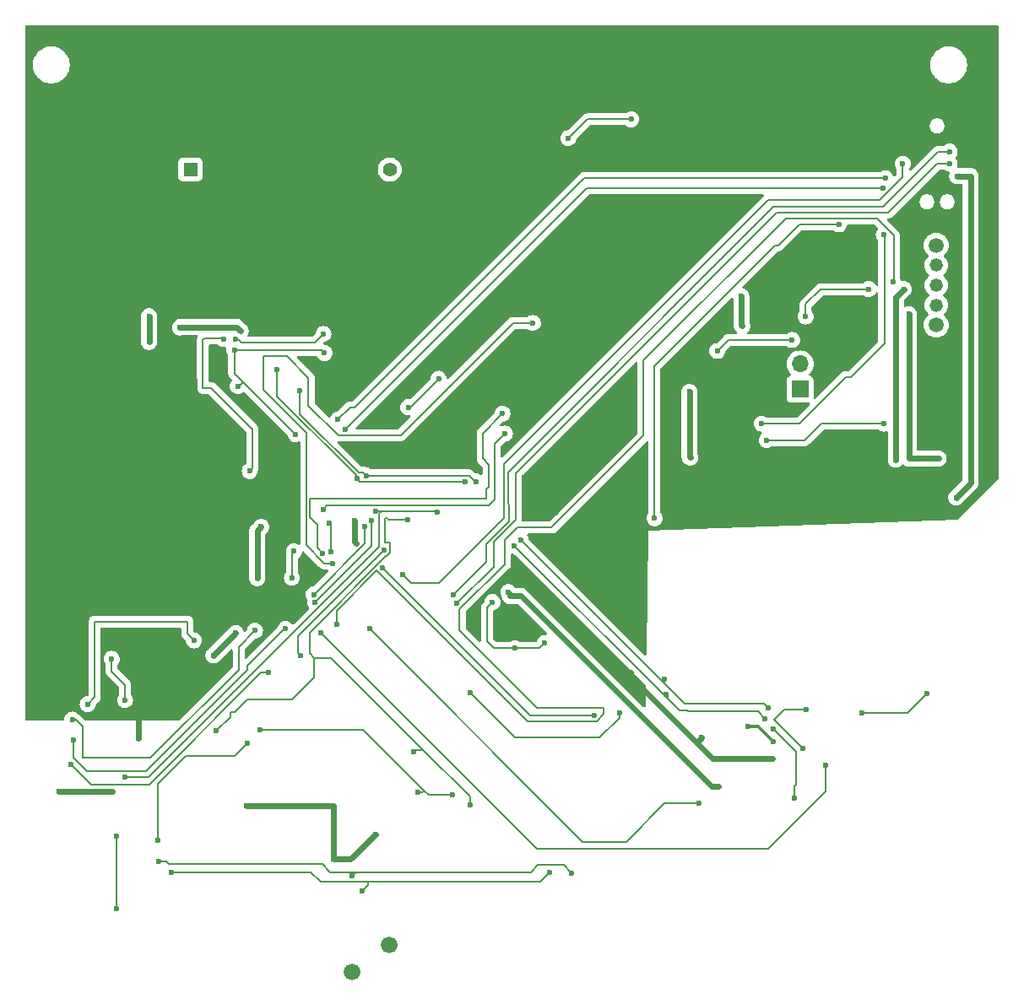
<source format=gbr>
%TF.GenerationSoftware,KiCad,Pcbnew,8.0.6*%
%TF.CreationDate,2024-11-20T13:36:43-05:00*%
%TF.ProjectId,wheel_counter,77686565-6c5f-4636-9f75-6e7465722e6b,rev?*%
%TF.SameCoordinates,Original*%
%TF.FileFunction,Copper,L2,Bot*%
%TF.FilePolarity,Positive*%
%FSLAX46Y46*%
G04 Gerber Fmt 4.6, Leading zero omitted, Abs format (unit mm)*
G04 Created by KiCad (PCBNEW 8.0.6) date 2024-11-20 13:36:43*
%MOMM*%
%LPD*%
G01*
G04 APERTURE LIST*
%TA.AperFunction,ComponentPad*%
%ADD10C,1.320800*%
%TD*%
%TA.AperFunction,ComponentPad*%
%ADD11C,1.498600*%
%TD*%
%TA.AperFunction,ComponentPad*%
%ADD12R,1.400000X1.400000*%
%TD*%
%TA.AperFunction,ComponentPad*%
%ADD13C,1.400000*%
%TD*%
%TA.AperFunction,ComponentPad*%
%ADD14C,1.676400*%
%TD*%
%TA.AperFunction,ComponentPad*%
%ADD15R,1.700000X1.700000*%
%TD*%
%TA.AperFunction,ComponentPad*%
%ADD16O,1.700000X1.700000*%
%TD*%
%TA.AperFunction,ViaPad*%
%ADD17C,0.600000*%
%TD*%
%TA.AperFunction,Conductor*%
%ADD18C,0.200000*%
%TD*%
%TA.AperFunction,Conductor*%
%ADD19C,0.600000*%
%TD*%
%TA.AperFunction,Conductor*%
%ADD20C,0.300000*%
%TD*%
G04 APERTURE END LIST*
D10*
%TO.P,TOGGLE_SWITCH1,1,1*%
%TO.N,/VPOSTV*%
X128750000Y-81100000D03*
%TO.P,TOGGLE_SWITCH1,2,2*%
%TO.N,/VPREV*%
X128750000Y-79100000D03*
%TO.P,TOGGLE_SWITCH1,3,3*%
%TO.N,unconnected-(TOGGLE_SWITCH1-Pad3)*%
X128750000Y-77099999D03*
D11*
%TO.P,TOGGLE_SWITCH1,4*%
%TO.N,N/C*%
X128750000Y-83100000D03*
%TO.P,TOGGLE_SWITCH1,5*%
X128750000Y-75100000D03*
%TD*%
D12*
%TO.P,CoinCell1,1,+*%
%TO.N,VBAT*%
X53950000Y-67500000D03*
D13*
%TO.P,CoinCell1,2,-*%
%TO.N,GND-RTC-BAT*%
X73950000Y-67500000D03*
%TD*%
D14*
%TO.P,JP2,1,1*%
%TO.N,GND*%
X73900000Y-145300000D03*
%TD*%
%TO.P,JP1,1,1*%
%TO.N,Net-(U1-ANT)*%
X70200000Y-148000000D03*
%TD*%
D15*
%TO.P,J2,1,Pin_1*%
%TO.N,/VPREV*%
X115100000Y-89540000D03*
D16*
%TO.P,J2,2,Pin_2*%
%TO.N,GND-BAT*%
X115100000Y-87000000D03*
%TD*%
D17*
%TO.N,MISO_RFM69*%
X76300000Y-125900000D03*
%TO.N,MOSI_3V3*%
X70200000Y-138400000D03*
%TO.N,SCK_3V3*%
X71200000Y-139900000D03*
%TO.N,SCK_RFM69*%
X42200000Y-124700000D03*
X63500000Y-113600000D03*
%TO.N,SCK*%
X125400000Y-66930000D03*
X75250000Y-108150000D03*
%TO.N,MOSI*%
X80700000Y-111050000D03*
X130100000Y-66900000D03*
%TO.N,RX*%
X123450000Y-69350000D03*
X69500000Y-93550000D03*
%TO.N,RST*%
X115650000Y-82250000D03*
X122000000Y-79500000D03*
X75800000Y-91350000D03*
X78850000Y-88500000D03*
%TO.N,GND*%
X54300000Y-88550000D03*
X105250000Y-124500000D03*
X78250000Y-95450000D03*
X119300000Y-99450000D03*
X40800000Y-129900000D03*
X119350000Y-94150000D03*
X112300000Y-126600000D03*
X51000000Y-115450000D03*
X87650000Y-100350000D03*
X115400000Y-125600000D03*
X55400000Y-108200000D03*
X48750000Y-124600000D03*
X76700000Y-97000000D03*
X96350000Y-116600000D03*
X46100000Y-129900000D03*
X54300000Y-90600000D03*
X115719200Y-121700000D03*
X59200000Y-103000000D03*
X90600000Y-101850000D03*
%TO.N,MOSI_RFM69*%
X42100000Y-122700000D03*
X60430000Y-113770000D03*
%TO.N,RST_RFM69*%
X78750000Y-101850000D03*
X72500000Y-101800000D03*
X47400000Y-128500000D03*
%TO.N,MISO_RFM69*%
X82000000Y-131250000D03*
X75750000Y-102600000D03*
X56515000Y-123825000D03*
%TO.N,3V3*%
X59600000Y-131300000D03*
X130850000Y-68150000D03*
X72500000Y-134200000D03*
X130750000Y-100400000D03*
X68300000Y-136700000D03*
%TO.N,VBAT*%
X49800000Y-82200000D03*
X49800000Y-84800000D03*
%TO.N,TX*%
X68750000Y-92600000D03*
X123650000Y-68350000D03*
%TO.N,CS_RFM69*%
X42000000Y-127200000D03*
X61750000Y-118000000D03*
%TO.N,MISO*%
X130100000Y-65700000D03*
X80350000Y-110200000D03*
%TO.N,MOSI_3V3*%
X92200000Y-138100000D03*
X50800000Y-136900000D03*
%TO.N,SCK_3V3*%
X90000000Y-138000000D03*
X52000000Y-138000000D03*
%TO.N,RST_3V3*%
X46500000Y-141700000D03*
X46524265Y-134375735D03*
%TO.N,VCC*%
X104100000Y-96400000D03*
X85850000Y-109900000D03*
X70400000Y-102700000D03*
X104000000Y-89800000D03*
X112400000Y-123600000D03*
X58500000Y-114000000D03*
X70600000Y-105000000D03*
X61050000Y-103350000D03*
X56250000Y-116250000D03*
X106900000Y-129400000D03*
X52900000Y-83350000D03*
X60650000Y-108500000D03*
X59000000Y-83700000D03*
X114500000Y-130600000D03*
%TO.N,SDA*%
X87100000Y-104700000D03*
X64950000Y-89700000D03*
X71576392Y-98197215D03*
X111900000Y-121500000D03*
X82600000Y-98800000D03*
X101500000Y-118600000D03*
%TO.N,INT_TRIG*%
X59900000Y-97750000D03*
X58500000Y-84500000D03*
X57250000Y-84500000D03*
X67300000Y-84000000D03*
%TO.N,SCL*%
X101675735Y-120124265D03*
X62650000Y-87550000D03*
X86450000Y-105250000D03*
X70650000Y-98500000D03*
X111600000Y-122600000D03*
X81478137Y-98829608D03*
%TO.N,INT_MINUTE*%
X67400000Y-85900000D03*
X64500000Y-94050000D03*
X58350000Y-85600000D03*
X58700000Y-89250000D03*
%TO.N,AVR_CTRL*%
X89500000Y-115000000D03*
X84250000Y-110900000D03*
X86500000Y-115550000D03*
%TO.N,ANT2*%
X127800000Y-120100000D03*
X121300000Y-122000000D03*
%TO.N,PE1*%
X67206908Y-105996930D03*
X85250000Y-92000000D03*
X64350000Y-105800000D03*
X64135000Y-108450000D03*
%TO.N,Net-(328pb1-(XCK0{slash}T0{slash}PTCXY)_PD4)*%
X123500000Y-93000000D03*
X67250000Y-101600000D03*
X111750000Y-94650000D03*
X85500000Y-94000000D03*
%TO.N,/VPREV*%
X125500000Y-79500000D03*
X124700000Y-96600000D03*
%TO.N,/VPOSTV*%
X126000000Y-82000000D03*
X129000000Y-96500000D03*
%TO.N,LPD*%
X117700000Y-127300000D03*
X67000000Y-114000000D03*
%TO.N,GPO*%
X105000000Y-131100000D03*
X71900000Y-113600000D03*
%TO.N,CS_SPI_FLASH*%
X54300000Y-114750000D03*
X43650000Y-121150000D03*
%TO.N,CS_SPI_FLASH_3V3*%
X47400000Y-120750000D03*
X60960000Y-123750000D03*
X80250000Y-130250000D03*
X46050000Y-116600000D03*
X76800000Y-130000000D03*
%TO.N,VCC_RFID*%
X68050000Y-105850000D03*
X112400000Y-124900000D03*
X73249998Y-107499998D03*
X94450000Y-122250000D03*
X67900000Y-102950000D03*
X109900000Y-123400000D03*
%TO.N,Net-(328pb1-PE3_(ADC7{slash}PTCY{slash}T3{slash}MOSI1))*%
X66316765Y-110131765D03*
X71400000Y-103300000D03*
%TO.N,Net-(328pb1-PC1_(ADC1{slash}PTCY{slash}SCK1))*%
X72100000Y-102700000D03*
X66476471Y-110926470D03*
%TO.N,Net-(U1-MISO)*%
X50700000Y-134800000D03*
X59690000Y-125095000D03*
%TO.N,Net-(328pb1-PE2_(ADC6{slash}PTCY{slash}ICP3{slash}~{SS1}))*%
X73388392Y-105700000D03*
X65000000Y-116250000D03*
%TO.N,Net-(STAYAWAKE_SW1-COM)*%
X123500000Y-74000000D03*
X111250000Y-93000000D03*
%TO.N,Net-(BROADCAST_SW2-COM)*%
X119000000Y-73000000D03*
X97000000Y-122000000D03*
X100500000Y-102500000D03*
X82000000Y-120000000D03*
%TO.N,Net-(328pb1-(OC0A{slash}PTCXY{slash}AIN0)_PD6)*%
X124400000Y-78800000D03*
X68599265Y-113174632D03*
%TO.N,Net-(328pb1-(PTCXY{slash}AIN1)_PD7)*%
X68200000Y-107000000D03*
X88300000Y-82900000D03*
%TO.N,GND-BAT*%
X109300000Y-83200000D03*
X109200000Y-80200000D03*
%TO.N,Net-(U3-G)*%
X98153900Y-62453900D03*
X91853900Y-64353900D03*
%TO.N,Net-(U2-G)*%
X114300000Y-84600000D03*
X106800000Y-85700000D03*
%TD*%
D18*
%TO.N,MISO_RFM69*%
X76475000Y-125725000D02*
X77275000Y-125725000D01*
X77275000Y-125725000D02*
X68050000Y-116500000D01*
X82000000Y-130450000D02*
X77275000Y-125725000D01*
X76300000Y-125900000D02*
X76475000Y-125725000D01*
%TO.N,MOSI_3V3*%
X70600000Y-138000000D02*
X70700000Y-138000000D01*
X70200000Y-138400000D02*
X70600000Y-138000000D01*
X70700000Y-138000000D02*
X88100000Y-138000000D01*
X68000000Y-138000000D02*
X70700000Y-138000000D01*
%TO.N,SCK_3V3*%
X71800000Y-139300000D02*
X71800000Y-139000000D01*
X71200000Y-139900000D02*
X71800000Y-139300000D01*
X67000000Y-139000000D02*
X71800000Y-139000000D01*
X71800000Y-139000000D02*
X89000000Y-139000000D01*
%TO.N,SCK_RFM69*%
X63500000Y-113600000D02*
X63400000Y-113600000D01*
X42200000Y-126500000D02*
X42200000Y-124700000D01*
X59675000Y-117325000D02*
X59675000Y-117725000D01*
X43600000Y-127900000D02*
X42200000Y-126500000D01*
X49500000Y-127900000D02*
X43600000Y-127900000D01*
X59675000Y-117725000D02*
X49500000Y-127900000D01*
X63400000Y-113600000D02*
X59675000Y-117325000D01*
%TO.N,SCK*%
X125400000Y-68248529D02*
X123098529Y-70550000D01*
X76100000Y-109000000D02*
X75250000Y-108150000D01*
X111898529Y-70550000D02*
X123098529Y-70550000D01*
X85400000Y-97048529D02*
X111898529Y-70550000D01*
X125400000Y-66930000D02*
X125400000Y-68248529D01*
X85400000Y-97048529D02*
X85400000Y-102500000D01*
X85400000Y-102500000D02*
X78900000Y-109000000D01*
X78900000Y-109000000D02*
X76100000Y-109000000D01*
%TO.N,MOSI*%
X112750000Y-71800000D02*
X123950000Y-71800000D01*
X84400000Y-104813919D02*
X86600000Y-102613919D01*
X128850000Y-66900000D02*
X130100000Y-66900000D01*
X80700000Y-111050000D02*
X84400000Y-107350000D01*
X84400000Y-107350000D02*
X84400000Y-104813919D01*
X86600000Y-102613919D02*
X86600000Y-97950000D01*
X123950000Y-71800000D02*
X128850000Y-66900000D01*
X86600000Y-97950000D02*
X112750000Y-71800000D01*
%TO.N,RX*%
X69500000Y-93550000D02*
X93700000Y-69350000D01*
X93700000Y-69350000D02*
X123450000Y-69350000D01*
%TO.N,RST*%
X76000000Y-91350000D02*
X78850000Y-88500000D01*
X117151471Y-79500000D02*
X122000000Y-79500000D01*
X115650000Y-81001471D02*
X117151471Y-79500000D01*
X115650000Y-82250000D02*
X115650000Y-81001471D01*
X75800000Y-91350000D02*
X76000000Y-91350000D01*
D19*
%TO.N,GND*%
X59200000Y-103000000D02*
X55400000Y-106800000D01*
X48750000Y-117700000D02*
X51000000Y-115450000D01*
X98100000Y-117950000D02*
X98100000Y-118350000D01*
X89100000Y-100350000D02*
X90600000Y-101850000D01*
X105250000Y-124500000D02*
X104875000Y-124875000D01*
X106350000Y-126600000D02*
X104625000Y-124875000D01*
X98100000Y-118350000D02*
X104625000Y-124875000D01*
X87650000Y-100350000D02*
X89100000Y-100350000D01*
X112300000Y-126600000D02*
X106350000Y-126600000D01*
D18*
X113500000Y-121700000D02*
X115719200Y-121700000D01*
D19*
X40800000Y-129900000D02*
X46100000Y-129900000D01*
D18*
X112500000Y-122700000D02*
X113500000Y-121700000D01*
D19*
X55400000Y-106800000D02*
X55400000Y-108200000D01*
X48750000Y-124600000D02*
X48750000Y-117700000D01*
X119350000Y-94150000D02*
X119350000Y-99400000D01*
X98100000Y-117950000D02*
X97700000Y-117950000D01*
X76700000Y-97000000D02*
X78250000Y-95450000D01*
X97700000Y-117950000D02*
X96350000Y-116600000D01*
D18*
X115400000Y-125600000D02*
X112500000Y-122700000D01*
D19*
X104875000Y-124875000D02*
X104625000Y-124875000D01*
X119350000Y-99400000D02*
X119300000Y-99450000D01*
X54300000Y-88550000D02*
X54300000Y-90600000D01*
D18*
%TO.N,MOSI_RFM69*%
X58800000Y-115400000D02*
X60430000Y-113770000D01*
X42450000Y-122700000D02*
X42100000Y-122700000D01*
X58800000Y-117648530D02*
X58774265Y-117674265D01*
X58774265Y-117674265D02*
X49898529Y-126550000D01*
X43150000Y-123400000D02*
X42450000Y-122700000D01*
X49898529Y-126550000D02*
X43150000Y-126550000D01*
X58800000Y-115400000D02*
X58800000Y-117648530D01*
X43150000Y-126550000D02*
X43150000Y-123400000D01*
%TO.N,RST_RFM69*%
X78750000Y-101850000D02*
X78700000Y-101800000D01*
X49751471Y-128500000D02*
X47400000Y-128500000D01*
X72900000Y-102000000D02*
X72900000Y-105351471D01*
X72900000Y-105351471D02*
X49751471Y-128500000D01*
X72500000Y-101800000D02*
X73100000Y-101800000D01*
X78700000Y-101800000D02*
X73100000Y-101800000D01*
X73100000Y-101800000D02*
X72900000Y-102000000D01*
%TO.N,MISO_RFM69*%
X57930000Y-121920000D02*
X58420000Y-121920000D01*
X73648529Y-106300000D02*
X73550000Y-106300000D01*
X73500000Y-104900000D02*
X73850000Y-104900000D01*
X73700000Y-102500000D02*
X73550000Y-102500000D01*
X73850000Y-104900000D02*
X74000000Y-105050000D01*
X59690000Y-120650000D02*
X64135000Y-120650000D01*
X65900000Y-113950000D02*
X65900000Y-116050000D01*
X66350000Y-118435000D02*
X66350000Y-116500000D01*
X57930000Y-122410000D02*
X57930000Y-121920000D01*
X56515000Y-123825000D02*
X57930000Y-122410000D01*
X74000000Y-105050000D02*
X74000000Y-105948529D01*
X65900000Y-116050000D02*
X66350000Y-116500000D01*
X68050000Y-116500000D02*
X66350000Y-116500000D01*
X58420000Y-121920000D02*
X59690000Y-120650000D01*
X73800000Y-102600000D02*
X73700000Y-102500000D01*
X82000000Y-131250000D02*
X82000000Y-130450000D01*
X73550000Y-106300000D02*
X65900000Y-113950000D01*
X74000000Y-105948529D02*
X73648529Y-106300000D01*
X73500000Y-102550000D02*
X73500000Y-104900000D01*
X73550000Y-102500000D02*
X73500000Y-102550000D01*
X75750000Y-102600000D02*
X73800000Y-102600000D01*
X64135000Y-120650000D02*
X66350000Y-118435000D01*
D19*
%TO.N,3V3*%
X68300000Y-131300000D02*
X59600000Y-131300000D01*
X132200000Y-68150000D02*
X130850000Y-68150000D01*
X70000000Y-136700000D02*
X72500000Y-134200000D01*
X132200000Y-98950000D02*
X132200000Y-68150000D01*
X68300000Y-136700000D02*
X70000000Y-136700000D01*
X130750000Y-100400000D02*
X132200000Y-98950000D01*
X68300000Y-136700000D02*
X68300000Y-131300000D01*
%TO.N,VBAT*%
X49800000Y-84800000D02*
X49800000Y-82200000D01*
D18*
%TO.N,TX*%
X70000000Y-91350000D02*
X68750000Y-92600000D01*
X70450000Y-91350000D02*
X70000000Y-91350000D01*
X123650000Y-68350000D02*
X93450000Y-68350000D01*
X93450000Y-68350000D02*
X70450000Y-91350000D01*
%TO.N,CS_RFM69*%
X49800000Y-129200000D02*
X61000000Y-118000000D01*
X44000000Y-129200000D02*
X42000000Y-127200000D01*
X49800000Y-129200000D02*
X44000000Y-129200000D01*
X61750000Y-118000000D02*
X61000000Y-118000000D01*
%TO.N,MISO*%
X85950000Y-102801471D02*
X85950000Y-101200000D01*
X130050000Y-65750000D02*
X130100000Y-65700000D01*
X83650000Y-105101471D02*
X85950000Y-102801471D01*
X85950000Y-101200000D02*
X85800000Y-101050000D01*
X83650000Y-106900000D02*
X83650000Y-105101471D01*
X80350000Y-110200000D02*
X83650000Y-106900000D01*
X123400000Y-71250000D02*
X128900000Y-65750000D01*
X128900000Y-65750000D02*
X130050000Y-65750000D01*
X112450000Y-71250000D02*
X123400000Y-71250000D01*
X85800000Y-97900000D02*
X112450000Y-71250000D01*
X85800000Y-101050000D02*
X85800000Y-97900000D01*
%TO.N,MOSI_3V3*%
X88800000Y-137300000D02*
X91400000Y-137300000D01*
X91400000Y-137300000D02*
X92200000Y-138100000D01*
X67200000Y-137200000D02*
X68000000Y-138000000D01*
X51500000Y-136900000D02*
X51800000Y-137200000D01*
X88100000Y-138000000D02*
X88800000Y-137300000D01*
X51800000Y-137200000D02*
X67200000Y-137200000D01*
X50800000Y-136900000D02*
X51500000Y-136900000D01*
%TO.N,SCK_3V3*%
X66000000Y-138000000D02*
X67000000Y-139000000D01*
X89000000Y-139000000D02*
X90000000Y-138000000D01*
X52000000Y-138000000D02*
X66000000Y-138000000D01*
%TO.N,RST_3V3*%
X46524265Y-134375735D02*
X46524265Y-141675735D01*
X46524265Y-141675735D02*
X46500000Y-141700000D01*
D19*
%TO.N,VCC*%
X59000000Y-83700000D02*
X58600000Y-83300000D01*
X106222629Y-129400000D02*
X87122629Y-110300000D01*
X70400000Y-104800000D02*
X70600000Y-105000000D01*
X87122629Y-110300000D02*
X86000000Y-110300000D01*
X56250000Y-116250000D02*
X58500000Y-114000000D01*
D18*
X114500000Y-129400000D02*
X114700000Y-129200000D01*
D19*
X52950000Y-83300000D02*
X52900000Y-83350000D01*
X104000000Y-96300000D02*
X104100000Y-96400000D01*
D18*
X114700000Y-125900000D02*
X112400000Y-123600000D01*
D19*
X70400000Y-102700000D02*
X70400000Y-104800000D01*
X60650000Y-108500000D02*
X60650000Y-103750000D01*
X106900000Y-129400000D02*
X106222629Y-129400000D01*
X86000000Y-110300000D02*
X86000000Y-110050000D01*
D18*
X114500000Y-130600000D02*
X114500000Y-129400000D01*
D19*
X104000000Y-89800000D02*
X104000000Y-96300000D01*
X60650000Y-103750000D02*
X61050000Y-103350000D01*
X86000000Y-110050000D02*
X85850000Y-109900000D01*
X52950000Y-83300000D02*
X58600000Y-83300000D01*
D18*
X114700000Y-129200000D02*
X114700000Y-125900000D01*
%TO.N,SDA*%
X64950000Y-92050000D02*
X64950000Y-89700000D01*
X71576392Y-98197215D02*
X71279177Y-97900000D01*
X103500000Y-121100000D02*
X111500000Y-121100000D01*
X81897215Y-98197215D02*
X82500000Y-98800000D01*
X71279177Y-97900000D02*
X70800000Y-97900000D01*
X71576392Y-98197215D02*
X81897215Y-98197215D01*
X101500000Y-119100000D02*
X101500000Y-118600000D01*
X101550000Y-119150000D02*
X101500000Y-119100000D01*
X111500000Y-121100000D02*
X111900000Y-121500000D01*
X101550000Y-119150000D02*
X103500000Y-121100000D01*
X87100000Y-104700000D02*
X101550000Y-119150000D01*
X70800000Y-97900000D02*
X64950000Y-92050000D01*
X82500000Y-98800000D02*
X82600000Y-98800000D01*
%TO.N,INT_TRIG*%
X58800000Y-84600000D02*
X59100000Y-84900000D01*
X58500000Y-84500000D02*
X58600000Y-84600000D01*
X59900000Y-97750000D02*
X60200000Y-97450000D01*
X55350000Y-84450000D02*
X57200000Y-84450000D01*
X55200000Y-89400000D02*
X55200000Y-84600000D01*
X60200000Y-97450000D02*
X60200000Y-93600000D01*
X55200000Y-84600000D02*
X55350000Y-84450000D01*
X56000000Y-89400000D02*
X55200000Y-89400000D01*
X60200000Y-93600000D02*
X56000000Y-89400000D01*
X58600000Y-84600000D02*
X58800000Y-84600000D01*
X57200000Y-84450000D02*
X57250000Y-84500000D01*
X66400000Y-84900000D02*
X67300000Y-84000000D01*
X59100000Y-84900000D02*
X66400000Y-84900000D01*
%TO.N,SCL*%
X81375000Y-98875000D02*
X81432745Y-98875000D01*
X62650000Y-90250000D02*
X70650000Y-98250000D01*
X103050000Y-121800000D02*
X102350000Y-121100000D01*
X102350000Y-121100000D02*
X102300000Y-121100000D01*
X81432745Y-98875000D02*
X81478137Y-98829608D01*
X101800000Y-120600000D02*
X101800000Y-120248530D01*
X70650000Y-98250000D02*
X70650000Y-98500000D01*
X101800000Y-120248530D02*
X101675735Y-120124265D01*
X102300000Y-121100000D02*
X101800000Y-120600000D01*
X103750000Y-121800000D02*
X103050000Y-121800000D01*
X81250000Y-98750000D02*
X81375000Y-98875000D01*
X70947215Y-98797215D02*
X81202785Y-98797215D01*
X103850000Y-121900000D02*
X103750000Y-121800000D01*
X101800000Y-120600000D02*
X86450000Y-105250000D01*
X111600000Y-122600000D02*
X110900000Y-121900000D01*
X110900000Y-121900000D02*
X103850000Y-121900000D01*
X62650000Y-87550000D02*
X62650000Y-90250000D01*
X81202785Y-98797215D02*
X81250000Y-98750000D01*
X70650000Y-98500000D02*
X70947215Y-98797215D01*
%TO.N,INT_MINUTE*%
X58350000Y-87950000D02*
X59250000Y-88850000D01*
X58850000Y-89250000D02*
X59250000Y-88850000D01*
X58350000Y-85600000D02*
X58350000Y-87950000D01*
X64450000Y-94050000D02*
X64500000Y-94050000D01*
X59250000Y-88850000D02*
X64450000Y-94050000D01*
X67100000Y-85600000D02*
X67400000Y-85900000D01*
X58700000Y-89250000D02*
X58850000Y-89250000D01*
X58350000Y-85600000D02*
X67100000Y-85600000D01*
%TO.N,AVR_CTRL*%
X83700000Y-114850000D02*
X83700000Y-111450000D01*
X86500000Y-115550000D02*
X88950000Y-115550000D01*
X84400000Y-115550000D02*
X83700000Y-114850000D01*
X88950000Y-115550000D02*
X89500000Y-115000000D01*
X86500000Y-115550000D02*
X84400000Y-115550000D01*
X83700000Y-111450000D02*
X84250000Y-110900000D01*
%TO.N,ANT2*%
X121300000Y-122000000D02*
X125900000Y-122000000D01*
X125900000Y-122000000D02*
X127800000Y-120100000D01*
%TO.N,PE1*%
X83600000Y-99600000D02*
X83600000Y-100550000D01*
X65900000Y-100600000D02*
X65900000Y-102400000D01*
X66650000Y-105440022D02*
X67206908Y-105996930D01*
X65900000Y-102400000D02*
X66650000Y-103150000D01*
X83850000Y-97100000D02*
X83850000Y-99350000D01*
X64350000Y-105800000D02*
X64150000Y-106000000D01*
X64150000Y-108435000D02*
X64135000Y-108450000D01*
X85250000Y-92000000D02*
X83250000Y-94000000D01*
X65950000Y-100550000D02*
X65900000Y-100600000D01*
X83250000Y-96500000D02*
X83850000Y-97100000D01*
X83850000Y-99350000D02*
X83600000Y-99600000D01*
X64150000Y-106000000D02*
X64150000Y-108435000D01*
X66650000Y-103150000D02*
X66650000Y-105440022D01*
X83250000Y-94000000D02*
X83250000Y-96500000D01*
X83600000Y-100550000D02*
X65950000Y-100550000D01*
%TO.N,Net-(328pb1-(XCK0{slash}T0{slash}PTCXY)_PD4)*%
X115550000Y-94650000D02*
X117200000Y-93000000D01*
X84450000Y-100600000D02*
X83850000Y-101200000D01*
X83850000Y-101200000D02*
X67650000Y-101200000D01*
X117200000Y-93000000D02*
X123500000Y-93000000D01*
X85500000Y-94000000D02*
X84450000Y-95050000D01*
X111750000Y-94650000D02*
X115550000Y-94650000D01*
X84450000Y-95050000D02*
X84450000Y-100600000D01*
X67650000Y-101200000D02*
X67250000Y-101600000D01*
D19*
%TO.N,/VPREV*%
X125500000Y-79500000D02*
X124700000Y-80300000D01*
X124700000Y-80300000D02*
X124700000Y-96600000D01*
%TO.N,/VPOSTV*%
X126000000Y-96500000D02*
X129000000Y-96500000D01*
X126000000Y-82000000D02*
X126000000Y-96500000D01*
D18*
%TO.N,LPD*%
X117700000Y-129900000D02*
X111900000Y-135700000D01*
X117700000Y-127300000D02*
X117700000Y-129900000D01*
X111900000Y-135700000D02*
X88700000Y-135700000D01*
X88700000Y-135700000D02*
X67000000Y-114000000D01*
%TO.N,GPO*%
X97650000Y-134950000D02*
X93250000Y-134950000D01*
X101500000Y-131100000D02*
X97650000Y-134950000D01*
X105000000Y-131100000D02*
X101500000Y-131100000D01*
X93250000Y-134950000D02*
X71900000Y-113600000D01*
%TO.N,CS_SPI_FLASH*%
X44350000Y-112850000D02*
X53650000Y-112850000D01*
X53650000Y-112850000D02*
X53650000Y-114100000D01*
X44350000Y-120450000D02*
X44350000Y-112850000D01*
X43650000Y-121150000D02*
X44350000Y-120450000D01*
X53650000Y-114100000D02*
X54300000Y-114750000D01*
%TO.N,CS_SPI_FLASH_3V3*%
X77425000Y-129875000D02*
X71300000Y-123750000D01*
X47400000Y-119200000D02*
X47400000Y-120750000D01*
X71300000Y-123750000D02*
X60960000Y-123750000D01*
X77325000Y-129875000D02*
X77425000Y-129875000D01*
X46050000Y-116600000D02*
X46050000Y-117850000D01*
X46050000Y-117850000D02*
X47400000Y-119200000D01*
X76800000Y-130000000D02*
X77200000Y-130000000D01*
X77200000Y-130000000D02*
X77325000Y-129875000D01*
X77827000Y-130277000D02*
X77425000Y-129875000D01*
X80250000Y-130250000D02*
X80223000Y-130277000D01*
X80223000Y-130277000D02*
X77827000Y-130277000D01*
%TO.N,VCC_RFID*%
X68050000Y-103100000D02*
X67900000Y-102950000D01*
D20*
X110900000Y-123400000D02*
X109900000Y-123400000D01*
X112400000Y-124900000D02*
X110900000Y-123400000D01*
D18*
X73249998Y-107499998D02*
X73250000Y-107499998D01*
X88000002Y-122250000D02*
X94450000Y-122250000D01*
X73250000Y-107499998D02*
X88000002Y-122250000D01*
X68050000Y-105850000D02*
X68050000Y-103100000D01*
%TO.N,Net-(328pb1-PE3_(ADC7{slash}PTCY{slash}T3{slash}MOSI1))*%
X71400000Y-105048529D02*
X66316765Y-110131765D01*
X71400000Y-103300000D02*
X71400000Y-105048529D01*
%TO.N,Net-(328pb1-PC1_(ADC1{slash}PTCY{slash}SCK1))*%
X72100000Y-105302941D02*
X72100000Y-102700000D01*
X66476471Y-110926470D02*
X72100000Y-105302941D01*
%TO.N,Net-(U1-MISO)*%
X58420000Y-126365000D02*
X53485000Y-126365000D01*
X59690000Y-125095000D02*
X58420000Y-126365000D01*
X53485000Y-126365000D02*
X50700000Y-129150000D01*
X50700000Y-129150000D02*
X50700000Y-134800000D01*
%TO.N,Net-(328pb1-PE2_(ADC6{slash}PTCY{slash}ICP3{slash}~{SS1}))*%
X64770000Y-114300000D02*
X73370000Y-105700000D01*
X73370000Y-105700000D02*
X73388392Y-105700000D01*
X64770000Y-114300000D02*
X64770000Y-116020000D01*
X64770000Y-116020000D02*
X65000000Y-116250000D01*
%TO.N,Net-(STAYAWAKE_SW1-COM)*%
X123550000Y-84950000D02*
X123550000Y-74050000D01*
X115000000Y-93000000D02*
X119700000Y-88300000D01*
X119700000Y-88300000D02*
X120200000Y-88300000D01*
X123550000Y-74050000D02*
X123500000Y-74000000D01*
X120200000Y-88300000D02*
X123550000Y-84950000D01*
X111250000Y-93000000D02*
X115000000Y-93000000D01*
%TO.N,Net-(BROADCAST_SW2-COM)*%
X115000000Y-73000000D02*
X119000000Y-73000000D01*
X100500000Y-102500000D02*
X100500000Y-87200000D01*
X86500000Y-124500000D02*
X95000000Y-124500000D01*
X97000000Y-122500000D02*
X97000000Y-122000000D01*
X82000000Y-120000000D02*
X86500000Y-124500000D01*
X112600000Y-75100000D02*
X112900000Y-75100000D01*
X95000000Y-124500000D02*
X97000000Y-122500000D01*
X100500000Y-87200000D02*
X112600000Y-75100000D01*
X112900000Y-75100000D02*
X115000000Y-73000000D01*
%TO.N,Net-(328pb1-(OC0A{slash}PTCXY{slash}AIN0)_PD6)*%
X95400000Y-121500000D02*
X88700000Y-121500000D01*
X86775000Y-103425000D02*
X90175000Y-103425000D01*
X80948529Y-111650000D02*
X85500000Y-107098529D01*
X80948529Y-113748529D02*
X80948529Y-111650000D01*
X99400000Y-94200000D02*
X99400000Y-86637552D01*
X90175000Y-103425000D02*
X99400000Y-94200000D01*
X85500000Y-107098529D02*
X85500000Y-104700000D01*
X99400000Y-86637552D02*
X113637552Y-72400000D01*
X88700000Y-121500000D02*
X80948529Y-113748529D01*
X87751471Y-122850000D02*
X94698529Y-122850000D01*
X124500000Y-78700000D02*
X124400000Y-78800000D01*
X68599265Y-111799260D02*
X72649998Y-107748527D01*
X85500000Y-104700000D02*
X86775000Y-103425000D01*
X113637552Y-72400000D02*
X122800000Y-72400000D01*
X72649998Y-107748527D02*
X87751471Y-122850000D01*
X124500000Y-74100000D02*
X124500000Y-78700000D01*
X68599265Y-113174632D02*
X68599265Y-111799260D01*
X95400000Y-122148529D02*
X95400000Y-121500000D01*
X122800000Y-72400000D02*
X124500000Y-74100000D01*
X94698529Y-122850000D02*
X95400000Y-122148529D01*
%TO.N,Net-(328pb1-(PTCXY{slash}AIN1)_PD7)*%
X63600000Y-86200000D02*
X65800000Y-88400000D01*
X61300000Y-86200000D02*
X63600000Y-86200000D01*
X61300000Y-89612448D02*
X61300000Y-86200000D01*
X65573000Y-105211551D02*
X65573000Y-93885448D01*
X65573000Y-93885448D02*
X61300000Y-89612448D01*
X68777000Y-94150000D02*
X75050000Y-94150000D01*
X65800000Y-88400000D02*
X65800000Y-91173000D01*
X75050000Y-94150000D02*
X86300000Y-82900000D01*
X86300000Y-82900000D02*
X88300000Y-82900000D01*
X68200000Y-107000000D02*
X67361449Y-107000000D01*
X65800000Y-91173000D02*
X68777000Y-94150000D01*
X67361449Y-107000000D02*
X65573000Y-105211551D01*
D19*
%TO.N,GND-BAT*%
X109200000Y-83100000D02*
X109300000Y-83200000D01*
X109200000Y-80200000D02*
X109200000Y-83100000D01*
D18*
%TO.N,Net-(U3-G)*%
X93753900Y-62453900D02*
X91853900Y-64353900D01*
X98153900Y-62453900D02*
X93753900Y-62453900D01*
%TO.N,Net-(U2-G)*%
X107900000Y-84600000D02*
X114300000Y-84600000D01*
X106800000Y-85700000D02*
X107900000Y-84600000D01*
%TD*%
%TA.AperFunction,Conductor*%
%TO.N,GND*%
G36*
X134942539Y-53020185D02*
G01*
X134988294Y-53072989D01*
X134999500Y-53124500D01*
X134999500Y-98445506D01*
X134979815Y-98512545D01*
X134963220Y-98533148D01*
X130934517Y-102565451D01*
X130873209Y-102598963D01*
X130851194Y-102601731D01*
X99900000Y-103699999D01*
X99686767Y-116140313D01*
X99665936Y-116207005D01*
X99612356Y-116251849D01*
X99543037Y-116260605D01*
X99479988Y-116230496D01*
X99475104Y-116225869D01*
X87930700Y-104681465D01*
X87897215Y-104620142D01*
X87895163Y-104607686D01*
X87885368Y-104520745D01*
X87825789Y-104350478D01*
X87740958Y-104215471D01*
X87721959Y-104148235D01*
X87742327Y-104081400D01*
X87795594Y-104036186D01*
X87845953Y-104025500D01*
X90088331Y-104025500D01*
X90088347Y-104025501D01*
X90095943Y-104025501D01*
X90254054Y-104025501D01*
X90254057Y-104025501D01*
X90406785Y-103984577D01*
X90456904Y-103955639D01*
X90543716Y-103905520D01*
X90655520Y-103793716D01*
X90655520Y-103793714D01*
X90665728Y-103783507D01*
X90665730Y-103783504D01*
X99687819Y-94761415D01*
X99749142Y-94727930D01*
X99818834Y-94732914D01*
X99874767Y-94774786D01*
X99899184Y-94840250D01*
X99899500Y-94849096D01*
X99899500Y-101917587D01*
X99879815Y-101984626D01*
X99872450Y-101994896D01*
X99870186Y-101997734D01*
X99774211Y-102150476D01*
X99714631Y-102320745D01*
X99714630Y-102320750D01*
X99694435Y-102499996D01*
X99694435Y-102500003D01*
X99714630Y-102679249D01*
X99714631Y-102679254D01*
X99774211Y-102849523D01*
X99850920Y-102971603D01*
X99870184Y-103002262D01*
X99997738Y-103129816D01*
X100024935Y-103146905D01*
X100123785Y-103209017D01*
X100150478Y-103225789D01*
X100280132Y-103271157D01*
X100320745Y-103285368D01*
X100320750Y-103285369D01*
X100499996Y-103305565D01*
X100500000Y-103305565D01*
X100500004Y-103305565D01*
X100679249Y-103285369D01*
X100679252Y-103285368D01*
X100679255Y-103285368D01*
X100849522Y-103225789D01*
X101002262Y-103129816D01*
X101129816Y-103002262D01*
X101225789Y-102849522D01*
X101285368Y-102679255D01*
X101285369Y-102679249D01*
X101305565Y-102500003D01*
X101305565Y-102499996D01*
X101285369Y-102320750D01*
X101285368Y-102320745D01*
X101273764Y-102287584D01*
X101225789Y-102150478D01*
X101129816Y-101997738D01*
X101129814Y-101997736D01*
X101129813Y-101997734D01*
X101127550Y-101994896D01*
X101126659Y-101992715D01*
X101126111Y-101991842D01*
X101126264Y-101991745D01*
X101101144Y-101930209D01*
X101100500Y-101917587D01*
X101100500Y-89799998D01*
X103194435Y-89799998D01*
X103194435Y-89800001D01*
X103198720Y-89838029D01*
X103199500Y-89851914D01*
X103199500Y-96378846D01*
X103230261Y-96533489D01*
X103230264Y-96533501D01*
X103290602Y-96679172D01*
X103290609Y-96679185D01*
X103378209Y-96810287D01*
X103378210Y-96810288D01*
X103378211Y-96810289D01*
X103470184Y-96902262D01*
X103597738Y-97029816D01*
X103663149Y-97070916D01*
X103666026Y-97072780D01*
X103720821Y-97109393D01*
X103720826Y-97109395D01*
X103721603Y-97109717D01*
X103740132Y-97119287D01*
X103750478Y-97125789D01*
X103750480Y-97125790D01*
X103750485Y-97125792D01*
X103811140Y-97147015D01*
X103817615Y-97149486D01*
X103866502Y-97169737D01*
X103880137Y-97172449D01*
X103896897Y-97177024D01*
X103914187Y-97183073D01*
X103920745Y-97185368D01*
X103971723Y-97191111D01*
X103981976Y-97192706D01*
X104021157Y-97200500D01*
X104048085Y-97200500D01*
X104061969Y-97201280D01*
X104099998Y-97205565D01*
X104100000Y-97205565D01*
X104100002Y-97205565D01*
X104138031Y-97201280D01*
X104151915Y-97200500D01*
X104178841Y-97200500D01*
X104178842Y-97200500D01*
X104218017Y-97192707D01*
X104228283Y-97191110D01*
X104279255Y-97185368D01*
X104303107Y-97177020D01*
X104319852Y-97172450D01*
X104333497Y-97169737D01*
X104382382Y-97149487D01*
X104388852Y-97147017D01*
X104449522Y-97125789D01*
X104459860Y-97119292D01*
X104478389Y-97109719D01*
X104479179Y-97109393D01*
X104533965Y-97072784D01*
X104536827Y-97070930D01*
X104602262Y-97029816D01*
X104729816Y-96902262D01*
X104770939Y-96836811D01*
X104772784Y-96833965D01*
X104809393Y-96779179D01*
X104809719Y-96778389D01*
X104819293Y-96759859D01*
X104825790Y-96749520D01*
X104847012Y-96688868D01*
X104849493Y-96682368D01*
X104869737Y-96633497D01*
X104872450Y-96619852D01*
X104877020Y-96603107D01*
X104885368Y-96579255D01*
X104891110Y-96528283D01*
X104892707Y-96518017D01*
X104900500Y-96478842D01*
X104900500Y-96451914D01*
X104901280Y-96438029D01*
X104905565Y-96400001D01*
X104905565Y-96399998D01*
X104901280Y-96361969D01*
X104900500Y-96348085D01*
X104900500Y-96321158D01*
X104900418Y-96320745D01*
X104892706Y-96281976D01*
X104891111Y-96271723D01*
X104885368Y-96220745D01*
X104882003Y-96211128D01*
X104877024Y-96196897D01*
X104872448Y-96180133D01*
X104869737Y-96166503D01*
X104869735Y-96166497D01*
X104863099Y-96150478D01*
X104849486Y-96117615D01*
X104847015Y-96111140D01*
X104825792Y-96050485D01*
X104825791Y-96050482D01*
X104825789Y-96050479D01*
X104825789Y-96050478D01*
X104819507Y-96040480D01*
X104800500Y-95974508D01*
X104800500Y-89851914D01*
X104801280Y-89838029D01*
X104805565Y-89800001D01*
X104805565Y-89799998D01*
X104801280Y-89761969D01*
X104800500Y-89748085D01*
X104800500Y-89721157D01*
X104796291Y-89700000D01*
X104792709Y-89681992D01*
X104791110Y-89671714D01*
X104785368Y-89620745D01*
X104777023Y-89596898D01*
X104772449Y-89580139D01*
X104769737Y-89566503D01*
X104769734Y-89566496D01*
X104761253Y-89546021D01*
X104749484Y-89517607D01*
X104747028Y-89511175D01*
X104725789Y-89450478D01*
X104719289Y-89440134D01*
X104709719Y-89421606D01*
X104709394Y-89420821D01*
X104672790Y-89366040D01*
X104670905Y-89363131D01*
X104662955Y-89350478D01*
X104629816Y-89297738D01*
X104502262Y-89170184D01*
X104502260Y-89170182D01*
X104502257Y-89170180D01*
X104436900Y-89129114D01*
X104433982Y-89127223D01*
X104379179Y-89090605D01*
X104379173Y-89090603D01*
X104378365Y-89090268D01*
X104359865Y-89080709D01*
X104349524Y-89074212D01*
X104349523Y-89074211D01*
X104349522Y-89074211D01*
X104288867Y-89052986D01*
X104282377Y-89050509D01*
X104233496Y-89030262D01*
X104219860Y-89027550D01*
X104203104Y-89022976D01*
X104179260Y-89014633D01*
X104179256Y-89014632D01*
X104179255Y-89014632D01*
X104158575Y-89012301D01*
X104128303Y-89008890D01*
X104118003Y-89007288D01*
X104078844Y-88999500D01*
X104078842Y-88999500D01*
X104051915Y-88999500D01*
X104038031Y-88998720D01*
X104000002Y-88994435D01*
X103999998Y-88994435D01*
X103961969Y-88998720D01*
X103948085Y-88999500D01*
X103921152Y-88999500D01*
X103881994Y-89007288D01*
X103871696Y-89008890D01*
X103820742Y-89014632D01*
X103820735Y-89014634D01*
X103796898Y-89022975D01*
X103780140Y-89027550D01*
X103766502Y-89030263D01*
X103766496Y-89030264D01*
X103717631Y-89050504D01*
X103711140Y-89052982D01*
X103650477Y-89074210D01*
X103650474Y-89074212D01*
X103640127Y-89080713D01*
X103621639Y-89090266D01*
X103620832Y-89090600D01*
X103620824Y-89090604D01*
X103566047Y-89127204D01*
X103563132Y-89129092D01*
X103497742Y-89170180D01*
X103497735Y-89170186D01*
X103370186Y-89297735D01*
X103370180Y-89297742D01*
X103329092Y-89363132D01*
X103327204Y-89366047D01*
X103290604Y-89420824D01*
X103290600Y-89420832D01*
X103290266Y-89421639D01*
X103280713Y-89440127D01*
X103274212Y-89450474D01*
X103274210Y-89450477D01*
X103252982Y-89511140D01*
X103250504Y-89517631D01*
X103230264Y-89566496D01*
X103230263Y-89566502D01*
X103227550Y-89580140D01*
X103222975Y-89596898D01*
X103214634Y-89620735D01*
X103214632Y-89620742D01*
X103208890Y-89671696D01*
X103207288Y-89681994D01*
X103199500Y-89721152D01*
X103199500Y-89748085D01*
X103198720Y-89761969D01*
X103194435Y-89799998D01*
X101100500Y-89799998D01*
X101100500Y-87500097D01*
X101120185Y-87433058D01*
X101136819Y-87412416D01*
X108187819Y-80361416D01*
X108249142Y-80327931D01*
X108318834Y-80332915D01*
X108374767Y-80374787D01*
X108399184Y-80440251D01*
X108399500Y-80449097D01*
X108399500Y-83178846D01*
X108430261Y-83333489D01*
X108430264Y-83333501D01*
X108490602Y-83479172D01*
X108490609Y-83479185D01*
X108578209Y-83610287D01*
X108578210Y-83610288D01*
X108578211Y-83610289D01*
X108670184Y-83702262D01*
X108755741Y-83787819D01*
X108789226Y-83849142D01*
X108784242Y-83918834D01*
X108742370Y-83974767D01*
X108676906Y-83999184D01*
X108668060Y-83999500D01*
X107986669Y-83999500D01*
X107986653Y-83999499D01*
X107979057Y-83999499D01*
X107820943Y-83999499D01*
X107741056Y-84020905D01*
X107668216Y-84040422D01*
X107638580Y-84057533D01*
X107638579Y-84057532D01*
X107531287Y-84119477D01*
X107531282Y-84119481D01*
X107419478Y-84231286D01*
X106781465Y-84869298D01*
X106720142Y-84902783D01*
X106707668Y-84904837D01*
X106620750Y-84914630D01*
X106450478Y-84974210D01*
X106297737Y-85070184D01*
X106170184Y-85197737D01*
X106074211Y-85350476D01*
X106014631Y-85520745D01*
X106014630Y-85520750D01*
X105994435Y-85699996D01*
X105994435Y-85700003D01*
X106014630Y-85879249D01*
X106014631Y-85879254D01*
X106074211Y-86049523D01*
X106111054Y-86108158D01*
X106170184Y-86202262D01*
X106297738Y-86329816D01*
X106450478Y-86425789D01*
X106620745Y-86485368D01*
X106620750Y-86485369D01*
X106799996Y-86505565D01*
X106800000Y-86505565D01*
X106800004Y-86505565D01*
X106979249Y-86485369D01*
X106979252Y-86485368D01*
X106979255Y-86485368D01*
X107149522Y-86425789D01*
X107302262Y-86329816D01*
X107429816Y-86202262D01*
X107525789Y-86049522D01*
X107585368Y-85879255D01*
X107595161Y-85792329D01*
X107622226Y-85727918D01*
X107630690Y-85718543D01*
X108112416Y-85236819D01*
X108173739Y-85203334D01*
X108200097Y-85200500D01*
X113717588Y-85200500D01*
X113784627Y-85220185D01*
X113794903Y-85227555D01*
X113797736Y-85229814D01*
X113797738Y-85229816D01*
X113950478Y-85325789D01*
X114120745Y-85385368D01*
X114120750Y-85385369D01*
X114299996Y-85405565D01*
X114300000Y-85405565D01*
X114300004Y-85405565D01*
X114479249Y-85385369D01*
X114479252Y-85385368D01*
X114479255Y-85385368D01*
X114649522Y-85325789D01*
X114802262Y-85229816D01*
X114929816Y-85102262D01*
X115025789Y-84949522D01*
X115085368Y-84779255D01*
X115092389Y-84716942D01*
X115105565Y-84600003D01*
X115105565Y-84599996D01*
X115085369Y-84420750D01*
X115085368Y-84420745D01*
X115055544Y-84335512D01*
X115025789Y-84250478D01*
X115020554Y-84242147D01*
X114963459Y-84151280D01*
X114929816Y-84097738D01*
X114802262Y-83970184D01*
X114743875Y-83933497D01*
X114649523Y-83874211D01*
X114479254Y-83814631D01*
X114479249Y-83814630D01*
X114300004Y-83794435D01*
X114299996Y-83794435D01*
X114120750Y-83814630D01*
X114120745Y-83814631D01*
X113950476Y-83874211D01*
X113797736Y-83970185D01*
X113794903Y-83972445D01*
X113792724Y-83973334D01*
X113791842Y-83973889D01*
X113791744Y-83973734D01*
X113730217Y-83998855D01*
X113717588Y-83999500D01*
X109931941Y-83999500D01*
X109864902Y-83979815D01*
X109819147Y-83927011D01*
X109809203Y-83857853D01*
X109838228Y-83794297D01*
X109844260Y-83787819D01*
X109929814Y-83702264D01*
X109929816Y-83702262D01*
X109970939Y-83636811D01*
X109972784Y-83633965D01*
X110009393Y-83579179D01*
X110009719Y-83578389D01*
X110019293Y-83559859D01*
X110025789Y-83549522D01*
X110047017Y-83488852D01*
X110049493Y-83482368D01*
X110050419Y-83480133D01*
X110069737Y-83433497D01*
X110072450Y-83419852D01*
X110077020Y-83403107D01*
X110085368Y-83379255D01*
X110091110Y-83328283D01*
X110092707Y-83318017D01*
X110100500Y-83278842D01*
X110100500Y-83251914D01*
X110101280Y-83238029D01*
X110105565Y-83200001D01*
X110105565Y-83199998D01*
X110101280Y-83161969D01*
X110100500Y-83148085D01*
X110100500Y-83121158D01*
X110099573Y-83116496D01*
X110092706Y-83081976D01*
X110091111Y-83071723D01*
X110085368Y-83020745D01*
X110083073Y-83014187D01*
X110077024Y-82996897D01*
X110072448Y-82980133D01*
X110070596Y-82970824D01*
X110069737Y-82966502D01*
X110049486Y-82917615D01*
X110047015Y-82911140D01*
X110025792Y-82850485D01*
X110025791Y-82850482D01*
X110025789Y-82850479D01*
X110025789Y-82850478D01*
X110019507Y-82840480D01*
X110000500Y-82774508D01*
X110000500Y-80251914D01*
X110001280Y-80238029D01*
X110005565Y-80200001D01*
X110005565Y-80199998D01*
X110001280Y-80161969D01*
X110000500Y-80148085D01*
X110000500Y-80121157D01*
X109998109Y-80109140D01*
X109992709Y-80081992D01*
X109991110Y-80071714D01*
X109985368Y-80020745D01*
X109977023Y-79996898D01*
X109972449Y-79980139D01*
X109969737Y-79966503D01*
X109949484Y-79917607D01*
X109947028Y-79911175D01*
X109925789Y-79850478D01*
X109919289Y-79840134D01*
X109909719Y-79821606D01*
X109909394Y-79820821D01*
X109872790Y-79766040D01*
X109870905Y-79763131D01*
X109829816Y-79697738D01*
X109702262Y-79570184D01*
X109702260Y-79570182D01*
X109702257Y-79570180D01*
X109636900Y-79529114D01*
X109633982Y-79527223D01*
X109579179Y-79490605D01*
X109579173Y-79490603D01*
X109578365Y-79490268D01*
X109559865Y-79480709D01*
X109549524Y-79474212D01*
X109549523Y-79474211D01*
X109549522Y-79474211D01*
X109488867Y-79452986D01*
X109482377Y-79450509D01*
X109433496Y-79430262D01*
X109419860Y-79427550D01*
X109403104Y-79422976D01*
X109384294Y-79416395D01*
X109327517Y-79375676D01*
X109301767Y-79310724D01*
X109315220Y-79242162D01*
X109337560Y-79211674D01*
X112812415Y-75736820D01*
X112873738Y-75703335D01*
X112900096Y-75700501D01*
X112979054Y-75700501D01*
X112979057Y-75700501D01*
X113131785Y-75659577D01*
X113181904Y-75630639D01*
X113268716Y-75580520D01*
X113380520Y-75468716D01*
X113380520Y-75468714D01*
X113390728Y-75458507D01*
X113390729Y-75458504D01*
X115212416Y-73636819D01*
X115273739Y-73603334D01*
X115300097Y-73600500D01*
X118417588Y-73600500D01*
X118484627Y-73620185D01*
X118494903Y-73627555D01*
X118497736Y-73629814D01*
X118497738Y-73629816D01*
X118650478Y-73725789D01*
X118666185Y-73731285D01*
X118820745Y-73785368D01*
X118820750Y-73785369D01*
X118999996Y-73805565D01*
X119000000Y-73805565D01*
X119000004Y-73805565D01*
X119179249Y-73785369D01*
X119179252Y-73785368D01*
X119179255Y-73785368D01*
X119349522Y-73725789D01*
X119502262Y-73629816D01*
X119629816Y-73502262D01*
X119725789Y-73349522D01*
X119785368Y-73179255D01*
X119793102Y-73110617D01*
X119820168Y-73046203D01*
X119877763Y-73006648D01*
X119916322Y-73000500D01*
X122499903Y-73000500D01*
X122566942Y-73020185D01*
X122587584Y-73036819D01*
X122871661Y-73320896D01*
X122905146Y-73382219D01*
X122900162Y-73451911D01*
X122874321Y-73492125D01*
X122874528Y-73492290D01*
X122872922Y-73494302D01*
X122871675Y-73496245D01*
X122870188Y-73497731D01*
X122870186Y-73497734D01*
X122774211Y-73650476D01*
X122714631Y-73820745D01*
X122714630Y-73820750D01*
X122694435Y-73999996D01*
X122694435Y-74000003D01*
X122714630Y-74179249D01*
X122714631Y-74179254D01*
X122774211Y-74349523D01*
X122870184Y-74502262D01*
X122913181Y-74545259D01*
X122946666Y-74606582D01*
X122949500Y-74632940D01*
X122949500Y-79076097D01*
X122929815Y-79143136D01*
X122877011Y-79188891D01*
X122807853Y-79198835D01*
X122744297Y-79169810D01*
X122720507Y-79142070D01*
X122629817Y-78997739D01*
X122502262Y-78870184D01*
X122349523Y-78774211D01*
X122179254Y-78714631D01*
X122179249Y-78714630D01*
X122000004Y-78694435D01*
X121999996Y-78694435D01*
X121820750Y-78714630D01*
X121820745Y-78714631D01*
X121650476Y-78774211D01*
X121497736Y-78870185D01*
X121494903Y-78872445D01*
X121492724Y-78873334D01*
X121491842Y-78873889D01*
X121491744Y-78873734D01*
X121430217Y-78898855D01*
X121417588Y-78899500D01*
X117238141Y-78899500D01*
X117238125Y-78899499D01*
X117230529Y-78899499D01*
X117072414Y-78899499D01*
X116996050Y-78919961D01*
X116919685Y-78940423D01*
X116919680Y-78940426D01*
X116782761Y-79019475D01*
X116782753Y-79019481D01*
X115169481Y-80632753D01*
X115169479Y-80632756D01*
X115119361Y-80719565D01*
X115119359Y-80719567D01*
X115090425Y-80769680D01*
X115090424Y-80769681D01*
X115090423Y-80769686D01*
X115049499Y-80922414D01*
X115049499Y-80922416D01*
X115049499Y-81090517D01*
X115049500Y-81090530D01*
X115049500Y-81667587D01*
X115029815Y-81734626D01*
X115022450Y-81744896D01*
X115020186Y-81747734D01*
X114924211Y-81900476D01*
X114864631Y-82070745D01*
X114864630Y-82070750D01*
X114844435Y-82249996D01*
X114844435Y-82250003D01*
X114864630Y-82429249D01*
X114864631Y-82429254D01*
X114924211Y-82599523D01*
X115000384Y-82720750D01*
X115020184Y-82752262D01*
X115147738Y-82879816D01*
X115300478Y-82975789D01*
X115428949Y-83020743D01*
X115470745Y-83035368D01*
X115470750Y-83035369D01*
X115649996Y-83055565D01*
X115650000Y-83055565D01*
X115650004Y-83055565D01*
X115829249Y-83035369D01*
X115829252Y-83035368D01*
X115829255Y-83035368D01*
X115999522Y-82975789D01*
X116152262Y-82879816D01*
X116279816Y-82752262D01*
X116375789Y-82599522D01*
X116435368Y-82429255D01*
X116435369Y-82429249D01*
X116455565Y-82250003D01*
X116455565Y-82249996D01*
X116435369Y-82070750D01*
X116435368Y-82070745D01*
X116412718Y-82006014D01*
X116375789Y-81900478D01*
X116364180Y-81882003D01*
X116326251Y-81821639D01*
X116279816Y-81747738D01*
X116279814Y-81747736D01*
X116279813Y-81747734D01*
X116277550Y-81744896D01*
X116276659Y-81742715D01*
X116276111Y-81741842D01*
X116276264Y-81741745D01*
X116251144Y-81680209D01*
X116250500Y-81667587D01*
X116250500Y-81301568D01*
X116270185Y-81234529D01*
X116286819Y-81213887D01*
X117363888Y-80136819D01*
X117425211Y-80103334D01*
X117451569Y-80100500D01*
X121417588Y-80100500D01*
X121484627Y-80120185D01*
X121494903Y-80127555D01*
X121497736Y-80129814D01*
X121497738Y-80129816D01*
X121650478Y-80225789D01*
X121705246Y-80244953D01*
X121820745Y-80285368D01*
X121820750Y-80285369D01*
X121999996Y-80305565D01*
X122000000Y-80305565D01*
X122000004Y-80305565D01*
X122179249Y-80285369D01*
X122179252Y-80285368D01*
X122179255Y-80285368D01*
X122349522Y-80225789D01*
X122502262Y-80129816D01*
X122629816Y-80002262D01*
X122713727Y-79868719D01*
X122720506Y-79857930D01*
X122772841Y-79811639D01*
X122841895Y-79800991D01*
X122905743Y-79829366D01*
X122944115Y-79887756D01*
X122949500Y-79923902D01*
X122949500Y-84649903D01*
X122929815Y-84716942D01*
X122913181Y-84737584D01*
X119987584Y-87663181D01*
X119926261Y-87696666D01*
X119899903Y-87699500D01*
X119786670Y-87699500D01*
X119786654Y-87699499D01*
X119779058Y-87699499D01*
X119620943Y-87699499D01*
X119544579Y-87719961D01*
X119468214Y-87740423D01*
X119468209Y-87740426D01*
X119331290Y-87819475D01*
X119331282Y-87819481D01*
X116662180Y-90488583D01*
X116600857Y-90522068D01*
X116531165Y-90517084D01*
X116475232Y-90475212D01*
X116450815Y-90409748D01*
X116450499Y-90400929D01*
X116450499Y-88642128D01*
X116444091Y-88582517D01*
X116430432Y-88545896D01*
X116393797Y-88447671D01*
X116393793Y-88447664D01*
X116307547Y-88332455D01*
X116307544Y-88332452D01*
X116192335Y-88246206D01*
X116192328Y-88246202D01*
X116060917Y-88197189D01*
X116004983Y-88155318D01*
X115980566Y-88089853D01*
X115995418Y-88021580D01*
X116016563Y-87993332D01*
X116138495Y-87871401D01*
X116274035Y-87677830D01*
X116373903Y-87463663D01*
X116435063Y-87235408D01*
X116455659Y-87000000D01*
X116454612Y-86988038D01*
X116440279Y-86824211D01*
X116435063Y-86764592D01*
X116373903Y-86536337D01*
X116274035Y-86322171D01*
X116245324Y-86281166D01*
X116138494Y-86128597D01*
X115971402Y-85961506D01*
X115971395Y-85961501D01*
X115954287Y-85949522D01*
X115883557Y-85899996D01*
X115777834Y-85825967D01*
X115777830Y-85825965D01*
X115677658Y-85779254D01*
X115563663Y-85726097D01*
X115563659Y-85726096D01*
X115563655Y-85726094D01*
X115335413Y-85664938D01*
X115335403Y-85664936D01*
X115100001Y-85644341D01*
X115099999Y-85644341D01*
X114864596Y-85664936D01*
X114864586Y-85664938D01*
X114636344Y-85726094D01*
X114636335Y-85726098D01*
X114422171Y-85825964D01*
X114422169Y-85825965D01*
X114228597Y-85961505D01*
X114061505Y-86128597D01*
X113925965Y-86322169D01*
X113925964Y-86322171D01*
X113826098Y-86536335D01*
X113826094Y-86536344D01*
X113764938Y-86764586D01*
X113764936Y-86764596D01*
X113744341Y-86999999D01*
X113744341Y-87000000D01*
X113764936Y-87235403D01*
X113764938Y-87235413D01*
X113826094Y-87463655D01*
X113826096Y-87463659D01*
X113826097Y-87463663D01*
X113843087Y-87500097D01*
X113925965Y-87677830D01*
X113925967Y-87677834D01*
X114025146Y-87819475D01*
X114061501Y-87871396D01*
X114061506Y-87871402D01*
X114183430Y-87993326D01*
X114216915Y-88054649D01*
X114211931Y-88124341D01*
X114170059Y-88180274D01*
X114139083Y-88197189D01*
X114007669Y-88246203D01*
X114007664Y-88246206D01*
X113892455Y-88332452D01*
X113892452Y-88332455D01*
X113806206Y-88447664D01*
X113806202Y-88447671D01*
X113755908Y-88582517D01*
X113752694Y-88612416D01*
X113749501Y-88642123D01*
X113749500Y-88642135D01*
X113749500Y-90437870D01*
X113749501Y-90437876D01*
X113755908Y-90497483D01*
X113806202Y-90632328D01*
X113806206Y-90632335D01*
X113892452Y-90747544D01*
X113892455Y-90747547D01*
X114007664Y-90833793D01*
X114007671Y-90833797D01*
X114142517Y-90884091D01*
X114142516Y-90884091D01*
X114149444Y-90884835D01*
X114202127Y-90890500D01*
X115960903Y-90890499D01*
X116027942Y-90910184D01*
X116073697Y-90962987D01*
X116083641Y-91032146D01*
X116054616Y-91095702D01*
X116048584Y-91102180D01*
X114787584Y-92363181D01*
X114726261Y-92396666D01*
X114699903Y-92399500D01*
X111832412Y-92399500D01*
X111765373Y-92379815D01*
X111755097Y-92372445D01*
X111752263Y-92370185D01*
X111752262Y-92370184D01*
X111616042Y-92284591D01*
X111599523Y-92274211D01*
X111429254Y-92214631D01*
X111429249Y-92214630D01*
X111250004Y-92194435D01*
X111249996Y-92194435D01*
X111070750Y-92214630D01*
X111070745Y-92214631D01*
X110900476Y-92274211D01*
X110747737Y-92370184D01*
X110620184Y-92497737D01*
X110524211Y-92650476D01*
X110464631Y-92820745D01*
X110464630Y-92820750D01*
X110444435Y-92999996D01*
X110444435Y-93000003D01*
X110464630Y-93179249D01*
X110464631Y-93179254D01*
X110524211Y-93349523D01*
X110617341Y-93497737D01*
X110620184Y-93502262D01*
X110747738Y-93629816D01*
X110900478Y-93725789D01*
X111018092Y-93766944D01*
X111070745Y-93785368D01*
X111070750Y-93785369D01*
X111186344Y-93798393D01*
X111250758Y-93825459D01*
X111290313Y-93883054D01*
X111292451Y-93952891D01*
X111256493Y-94012797D01*
X111249781Y-94018554D01*
X111247740Y-94020181D01*
X111120184Y-94147737D01*
X111024211Y-94300476D01*
X110964631Y-94470745D01*
X110964630Y-94470750D01*
X110944435Y-94649996D01*
X110944435Y-94650003D01*
X110964630Y-94829249D01*
X110964631Y-94829254D01*
X111024211Y-94999523D01*
X111120184Y-95152262D01*
X111247738Y-95279816D01*
X111400478Y-95375789D01*
X111570745Y-95435368D01*
X111570750Y-95435369D01*
X111749996Y-95455565D01*
X111750000Y-95455565D01*
X111750004Y-95455565D01*
X111929249Y-95435369D01*
X111929252Y-95435368D01*
X111929255Y-95435368D01*
X112099522Y-95375789D01*
X112252262Y-95279816D01*
X112252267Y-95279810D01*
X112255097Y-95277555D01*
X112257275Y-95276665D01*
X112258158Y-95276111D01*
X112258255Y-95276265D01*
X112319783Y-95251145D01*
X112332412Y-95250500D01*
X115463331Y-95250500D01*
X115463347Y-95250501D01*
X115470943Y-95250501D01*
X115629054Y-95250501D01*
X115629057Y-95250501D01*
X115781785Y-95209577D01*
X115831904Y-95180639D01*
X115918716Y-95130520D01*
X116030520Y-95018716D01*
X116030520Y-95018714D01*
X116040728Y-95008507D01*
X116040729Y-95008504D01*
X117412416Y-93636819D01*
X117473739Y-93603334D01*
X117500097Y-93600500D01*
X122917588Y-93600500D01*
X122984627Y-93620185D01*
X122994903Y-93627555D01*
X122997736Y-93629814D01*
X122997738Y-93629816D01*
X123150478Y-93725789D01*
X123268092Y-93766944D01*
X123320745Y-93785368D01*
X123320750Y-93785369D01*
X123499996Y-93805565D01*
X123500000Y-93805565D01*
X123500004Y-93805565D01*
X123679249Y-93785369D01*
X123679250Y-93785368D01*
X123679255Y-93785368D01*
X123734545Y-93766020D01*
X123804322Y-93762458D01*
X123864950Y-93797186D01*
X123897178Y-93859179D01*
X123899500Y-93883062D01*
X123899500Y-96548085D01*
X123898720Y-96561969D01*
X123894435Y-96599998D01*
X123894435Y-96600001D01*
X123898720Y-96638029D01*
X123899500Y-96651914D01*
X123899500Y-96678844D01*
X123907288Y-96718003D01*
X123908890Y-96728303D01*
X123911282Y-96749525D01*
X123914623Y-96779179D01*
X123914632Y-96779252D01*
X123914633Y-96779260D01*
X123922976Y-96803104D01*
X123927550Y-96819860D01*
X123930262Y-96833496D01*
X123944851Y-96868717D01*
X123948864Y-96878407D01*
X123950509Y-96882377D01*
X123952986Y-96888867D01*
X123965586Y-96924875D01*
X123974212Y-96949524D01*
X123980709Y-96959865D01*
X123990268Y-96978365D01*
X123990603Y-96979173D01*
X123990605Y-96979179D01*
X124027223Y-97033982D01*
X124029114Y-97036900D01*
X124070180Y-97102257D01*
X124070182Y-97102260D01*
X124070184Y-97102262D01*
X124197738Y-97229816D01*
X124263096Y-97270883D01*
X124263131Y-97270905D01*
X124266040Y-97272790D01*
X124320821Y-97309394D01*
X124321606Y-97309719D01*
X124340134Y-97319289D01*
X124350478Y-97325789D01*
X124411175Y-97347028D01*
X124417607Y-97349484D01*
X124446021Y-97361253D01*
X124466497Y-97369735D01*
X124466498Y-97369735D01*
X124466503Y-97369737D01*
X124480139Y-97372449D01*
X124496898Y-97377023D01*
X124520745Y-97385368D01*
X124571714Y-97391110D01*
X124581992Y-97392709D01*
X124607620Y-97397807D01*
X124621157Y-97400500D01*
X124621158Y-97400500D01*
X124648085Y-97400500D01*
X124661969Y-97401280D01*
X124699998Y-97405565D01*
X124700000Y-97405565D01*
X124700002Y-97405565D01*
X124738031Y-97401280D01*
X124751915Y-97400500D01*
X124778841Y-97400500D01*
X124778842Y-97400500D01*
X124818017Y-97392707D01*
X124828283Y-97391110D01*
X124879255Y-97385368D01*
X124903100Y-97377023D01*
X124919862Y-97372448D01*
X124933497Y-97369737D01*
X124982389Y-97349484D01*
X124988837Y-97347023D01*
X125049522Y-97325789D01*
X125059868Y-97319287D01*
X125078390Y-97309720D01*
X125079179Y-97309394D01*
X125133987Y-97272771D01*
X125136825Y-97270931D01*
X125202262Y-97229816D01*
X125312321Y-97119756D01*
X125373640Y-97086274D01*
X125443332Y-97091258D01*
X125484940Y-97117998D01*
X125485001Y-97117924D01*
X125485637Y-97118446D01*
X125487680Y-97119759D01*
X125489707Y-97121786D01*
X125489711Y-97121789D01*
X125620814Y-97209390D01*
X125620827Y-97209397D01*
X125750675Y-97263181D01*
X125766503Y-97269737D01*
X125916126Y-97299499D01*
X125921153Y-97300499D01*
X125921156Y-97300500D01*
X125921158Y-97300500D01*
X126078842Y-97300500D01*
X128948085Y-97300500D01*
X128961969Y-97301280D01*
X128999998Y-97305565D01*
X129000000Y-97305565D01*
X129000002Y-97305565D01*
X129038031Y-97301280D01*
X129051915Y-97300500D01*
X129078841Y-97300500D01*
X129078842Y-97300500D01*
X129118017Y-97292707D01*
X129128283Y-97291110D01*
X129179255Y-97285368D01*
X129203100Y-97277023D01*
X129219862Y-97272448D01*
X129233497Y-97269737D01*
X129282389Y-97249484D01*
X129288837Y-97247023D01*
X129349522Y-97225789D01*
X129359868Y-97219287D01*
X129378390Y-97209720D01*
X129379179Y-97209394D01*
X129433987Y-97172771D01*
X129436825Y-97170931D01*
X129502262Y-97129816D01*
X129629816Y-97002262D01*
X129670931Y-96936825D01*
X129672777Y-96933979D01*
X129709389Y-96879186D01*
X129709394Y-96879179D01*
X129709720Y-96878390D01*
X129719287Y-96859868D01*
X129725789Y-96849522D01*
X129747023Y-96788837D01*
X129749484Y-96782389D01*
X129769737Y-96733497D01*
X129772448Y-96719862D01*
X129777023Y-96703100D01*
X129785368Y-96679255D01*
X129791110Y-96628283D01*
X129792707Y-96618017D01*
X129800500Y-96578842D01*
X129800500Y-96551914D01*
X129801280Y-96538029D01*
X129805565Y-96500001D01*
X129805565Y-96499998D01*
X129801280Y-96461969D01*
X129800500Y-96448085D01*
X129800500Y-96421157D01*
X129798109Y-96409140D01*
X129792709Y-96381992D01*
X129791110Y-96371714D01*
X129785368Y-96320745D01*
X129777023Y-96296898D01*
X129772449Y-96280139D01*
X129769737Y-96266503D01*
X129749484Y-96217607D01*
X129747028Y-96211175D01*
X129725789Y-96150478D01*
X129719289Y-96140134D01*
X129709719Y-96121606D01*
X129709394Y-96120821D01*
X129672790Y-96066040D01*
X129670905Y-96063131D01*
X129644320Y-96020821D01*
X129629816Y-95997738D01*
X129502262Y-95870184D01*
X129502260Y-95870182D01*
X129502257Y-95870180D01*
X129436900Y-95829114D01*
X129433982Y-95827223D01*
X129379179Y-95790605D01*
X129379173Y-95790603D01*
X129378365Y-95790268D01*
X129359865Y-95780709D01*
X129349524Y-95774212D01*
X129349523Y-95774211D01*
X129349522Y-95774211D01*
X129288867Y-95752986D01*
X129282377Y-95750509D01*
X129233496Y-95730262D01*
X129219860Y-95727550D01*
X129203104Y-95722976D01*
X129179260Y-95714633D01*
X129179256Y-95714632D01*
X129179255Y-95714632D01*
X129158575Y-95712301D01*
X129128303Y-95708890D01*
X129118003Y-95707288D01*
X129078844Y-95699500D01*
X129078842Y-95699500D01*
X129051915Y-95699500D01*
X129038031Y-95698720D01*
X129000002Y-95694435D01*
X128999998Y-95694435D01*
X128961969Y-95698720D01*
X128948085Y-95699500D01*
X126924500Y-95699500D01*
X126857461Y-95679815D01*
X126811706Y-95627011D01*
X126800500Y-95575500D01*
X126800500Y-82051914D01*
X126801280Y-82038029D01*
X126805565Y-82000001D01*
X126805565Y-81999998D01*
X126801280Y-81961969D01*
X126800500Y-81948085D01*
X126800500Y-81921157D01*
X126792711Y-81882003D01*
X126791110Y-81871714D01*
X126785368Y-81820745D01*
X126777023Y-81796898D01*
X126772449Y-81780139D01*
X126769737Y-81766503D01*
X126769549Y-81766050D01*
X126756533Y-81734626D01*
X126749484Y-81717607D01*
X126747028Y-81711175D01*
X126725789Y-81650478D01*
X126719289Y-81640134D01*
X126709719Y-81621606D01*
X126709394Y-81620821D01*
X126672790Y-81566040D01*
X126670905Y-81563131D01*
X126648939Y-81528172D01*
X126629816Y-81497738D01*
X126502262Y-81370184D01*
X126502260Y-81370182D01*
X126502257Y-81370180D01*
X126436900Y-81329114D01*
X126433982Y-81327223D01*
X126379179Y-81290605D01*
X126379173Y-81290603D01*
X126378365Y-81290268D01*
X126359865Y-81280709D01*
X126349524Y-81274212D01*
X126349523Y-81274211D01*
X126349522Y-81274211D01*
X126288867Y-81252986D01*
X126282377Y-81250509D01*
X126281645Y-81250206D01*
X126272330Y-81246347D01*
X126233496Y-81230262D01*
X126219860Y-81227550D01*
X126203104Y-81222976D01*
X126179260Y-81214633D01*
X126179256Y-81214632D01*
X126179255Y-81214632D01*
X126158575Y-81212301D01*
X126128303Y-81208890D01*
X126118003Y-81207288D01*
X126078844Y-81199500D01*
X126078842Y-81199500D01*
X126051915Y-81199500D01*
X126038031Y-81198720D01*
X126000002Y-81194435D01*
X125999998Y-81194435D01*
X125961969Y-81198720D01*
X125948085Y-81199500D01*
X125921152Y-81199500D01*
X125881994Y-81207288D01*
X125871696Y-81208890D01*
X125820742Y-81214632D01*
X125820735Y-81214634D01*
X125796898Y-81222975D01*
X125780140Y-81227550D01*
X125766502Y-81230263D01*
X125766496Y-81230264D01*
X125717631Y-81250504D01*
X125711139Y-81252983D01*
X125665457Y-81268969D01*
X125595679Y-81272532D01*
X125535050Y-81237804D01*
X125502822Y-81175812D01*
X125500500Y-81151928D01*
X125500500Y-80682940D01*
X125520185Y-80615901D01*
X125536819Y-80595259D01*
X125826513Y-80305565D01*
X126121789Y-80010289D01*
X126129816Y-80002262D01*
X126170931Y-79936825D01*
X126172777Y-79933979D01*
X126209394Y-79879179D01*
X126209720Y-79878390D01*
X126219287Y-79859868D01*
X126225789Y-79849522D01*
X126247023Y-79788837D01*
X126249484Y-79782389D01*
X126269737Y-79733497D01*
X126272448Y-79719862D01*
X126277023Y-79703100D01*
X126285368Y-79679255D01*
X126291110Y-79628283D01*
X126292707Y-79618017D01*
X126300500Y-79578842D01*
X126300500Y-79551914D01*
X126301280Y-79538029D01*
X126305565Y-79500001D01*
X126305565Y-79499998D01*
X126301280Y-79461969D01*
X126300500Y-79448085D01*
X126300500Y-79421156D01*
X126296192Y-79399500D01*
X126292709Y-79381991D01*
X126291110Y-79371713D01*
X126285368Y-79320745D01*
X126277023Y-79296898D01*
X126272449Y-79280139D01*
X126269737Y-79266503D01*
X126249484Y-79217607D01*
X126247028Y-79211175D01*
X126225789Y-79150478D01*
X126219289Y-79140134D01*
X126209719Y-79121606D01*
X126209394Y-79120821D01*
X126172790Y-79066040D01*
X126170905Y-79063131D01*
X126143474Y-79019475D01*
X126129816Y-78997738D01*
X126002262Y-78870184D01*
X126002260Y-78870182D01*
X126002257Y-78870180D01*
X125936900Y-78829114D01*
X125933982Y-78827223D01*
X125879179Y-78790605D01*
X125879173Y-78790603D01*
X125878365Y-78790268D01*
X125859865Y-78780709D01*
X125849524Y-78774212D01*
X125849523Y-78774211D01*
X125849522Y-78774211D01*
X125788867Y-78752986D01*
X125782377Y-78750509D01*
X125733496Y-78730262D01*
X125719860Y-78727550D01*
X125703104Y-78722976D01*
X125679260Y-78714633D01*
X125679256Y-78714632D01*
X125679255Y-78714632D01*
X125661238Y-78712601D01*
X125628305Y-78708890D01*
X125618005Y-78707288D01*
X125578846Y-78699500D01*
X125578843Y-78699500D01*
X125551915Y-78699500D01*
X125538031Y-78698720D01*
X125500002Y-78694435D01*
X125499998Y-78694435D01*
X125461969Y-78698720D01*
X125448085Y-78699500D01*
X125421152Y-78699500D01*
X125381994Y-78707288D01*
X125371694Y-78708890D01*
X125319773Y-78714741D01*
X125250951Y-78702688D01*
X125199570Y-78655339D01*
X125188220Y-78627125D01*
X125187669Y-78627318D01*
X125125790Y-78450479D01*
X125119506Y-78440478D01*
X125100500Y-78374507D01*
X125100500Y-75099999D01*
X127495426Y-75099999D01*
X127495426Y-75100000D01*
X127514485Y-75317849D01*
X127514487Y-75317859D01*
X127571083Y-75529082D01*
X127571085Y-75529086D01*
X127571086Y-75529090D01*
X127617296Y-75628188D01*
X127663506Y-75727286D01*
X127663507Y-75727287D01*
X127788941Y-75906425D01*
X127943575Y-76061059D01*
X127943581Y-76061065D01*
X127947720Y-76064538D01*
X127946833Y-76065594D01*
X127986371Y-76115042D01*
X127993575Y-76184539D01*
X127962062Y-76246899D01*
X127955169Y-76253695D01*
X127888410Y-76314554D01*
X127888407Y-76314557D01*
X127758760Y-76486238D01*
X127758751Y-76486252D01*
X127662860Y-76678826D01*
X127662855Y-76678839D01*
X127603977Y-76885770D01*
X127584127Y-77099998D01*
X127584127Y-77099999D01*
X127603977Y-77314227D01*
X127662855Y-77521158D01*
X127662860Y-77521171D01*
X127758751Y-77713745D01*
X127758753Y-77713748D01*
X127758755Y-77713752D01*
X127888409Y-77885443D01*
X127888412Y-77885445D01*
X127888414Y-77885448D01*
X128023245Y-78008362D01*
X128059527Y-78068073D01*
X128057766Y-78137920D01*
X128023245Y-78191636D01*
X127888415Y-78314549D01*
X127888407Y-78314558D01*
X127758760Y-78486239D01*
X127758751Y-78486253D01*
X127662860Y-78678827D01*
X127662855Y-78678840D01*
X127603977Y-78885771D01*
X127584127Y-79099999D01*
X127584127Y-79100000D01*
X127603977Y-79314228D01*
X127662855Y-79521159D01*
X127662860Y-79521172D01*
X127758751Y-79713746D01*
X127758753Y-79713749D01*
X127758755Y-79713753D01*
X127758758Y-79713757D01*
X127758760Y-79713760D01*
X127810569Y-79782366D01*
X127888409Y-79885444D01*
X128023247Y-80008364D01*
X128059527Y-80068073D01*
X128057767Y-80137921D01*
X128023248Y-80191634D01*
X127920427Y-80285368D01*
X127888409Y-80314556D01*
X127888407Y-80314558D01*
X127758760Y-80486239D01*
X127758751Y-80486253D01*
X127662860Y-80678827D01*
X127662855Y-80678840D01*
X127603977Y-80885771D01*
X127584127Y-81099999D01*
X127584127Y-81100000D01*
X127603977Y-81314228D01*
X127662855Y-81521159D01*
X127662860Y-81521172D01*
X127758751Y-81713746D01*
X127758753Y-81713749D01*
X127758755Y-81713753D01*
X127758758Y-81713757D01*
X127758760Y-81713760D01*
X127798585Y-81766497D01*
X127888409Y-81885444D01*
X127888412Y-81885446D01*
X127888414Y-81885449D01*
X127955168Y-81946303D01*
X127991450Y-82006014D01*
X127989689Y-82075861D01*
X127950446Y-82133669D01*
X127944197Y-82138419D01*
X127943571Y-82138944D01*
X127788945Y-82293570D01*
X127788942Y-82293573D01*
X127788941Y-82293575D01*
X127756138Y-82340423D01*
X127663506Y-82472713D01*
X127571087Y-82670908D01*
X127571083Y-82670917D01*
X127514487Y-82882140D01*
X127514485Y-82882150D01*
X127495426Y-83099999D01*
X127495426Y-83100000D01*
X127514485Y-83317849D01*
X127514487Y-83317859D01*
X127571083Y-83529082D01*
X127571085Y-83529086D01*
X127571086Y-83529090D01*
X127608949Y-83610287D01*
X127663506Y-83727286D01*
X127675877Y-83744953D01*
X127788941Y-83906425D01*
X127943575Y-84061059D01*
X128122713Y-84186493D01*
X128320910Y-84278914D01*
X128320916Y-84278915D01*
X128320917Y-84278916D01*
X128349214Y-84286498D01*
X128532146Y-84335514D01*
X128692256Y-84349522D01*
X128749999Y-84354574D01*
X128750000Y-84354574D01*
X128750001Y-84354574D01*
X128807732Y-84349523D01*
X128967854Y-84335514D01*
X129179090Y-84278914D01*
X129377287Y-84186493D01*
X129556425Y-84061059D01*
X129711059Y-83906425D01*
X129836493Y-83727287D01*
X129928914Y-83529090D01*
X129985514Y-83317854D01*
X130004574Y-83100000D01*
X130002758Y-83079249D01*
X129995866Y-83000474D01*
X129985514Y-82882146D01*
X129928914Y-82670910D01*
X129836493Y-82472713D01*
X129711059Y-82293575D01*
X129556425Y-82138941D01*
X129556421Y-82138938D01*
X129552275Y-82135459D01*
X129553157Y-82134407D01*
X129513614Y-82084922D01*
X129506431Y-82015423D01*
X129537962Y-81953072D01*
X129544832Y-81946302D01*
X129576283Y-81917631D01*
X129611591Y-81885444D01*
X129741245Y-81713753D01*
X129837144Y-81521162D01*
X129896022Y-81314229D01*
X129915873Y-81100000D01*
X129914995Y-81090530D01*
X129896022Y-80885771D01*
X129837144Y-80678838D01*
X129814197Y-80632755D01*
X129741248Y-80486253D01*
X129741247Y-80486252D01*
X129741245Y-80486247D01*
X129611591Y-80314556D01*
X129476752Y-80191635D01*
X129440473Y-80131927D01*
X129442233Y-80062079D01*
X129476751Y-80008365D01*
X129611591Y-79885444D01*
X129741245Y-79713753D01*
X129837144Y-79521162D01*
X129896022Y-79314229D01*
X129915873Y-79100000D01*
X129896022Y-78885771D01*
X129837144Y-78678838D01*
X129741245Y-78486247D01*
X129611591Y-78314556D01*
X129476751Y-78191634D01*
X129440472Y-78131926D01*
X129442232Y-78062078D01*
X129476751Y-78008364D01*
X129611591Y-77885443D01*
X129741245Y-77713752D01*
X129837144Y-77521161D01*
X129896022Y-77314228D01*
X129915873Y-77099999D01*
X129896022Y-76885770D01*
X129837144Y-76678837D01*
X129741245Y-76486246D01*
X129611591Y-76314555D01*
X129611587Y-76314551D01*
X129611585Y-76314549D01*
X129544832Y-76253697D01*
X129508550Y-76193986D01*
X129510310Y-76124139D01*
X129549552Y-76066331D01*
X129555814Y-76061572D01*
X129556418Y-76061065D01*
X129556421Y-76061061D01*
X129556425Y-76061059D01*
X129711059Y-75906425D01*
X129836493Y-75727287D01*
X129928914Y-75529090D01*
X129985514Y-75317854D01*
X130004574Y-75100000D01*
X129985514Y-74882146D01*
X129928914Y-74670910D01*
X129836493Y-74472713D01*
X129711059Y-74293575D01*
X129556425Y-74138941D01*
X129377287Y-74013507D01*
X129377288Y-74013507D01*
X129377286Y-74013506D01*
X129278188Y-73967296D01*
X129179090Y-73921086D01*
X129179086Y-73921085D01*
X129179082Y-73921083D01*
X128967859Y-73864487D01*
X128967849Y-73864485D01*
X128750001Y-73845426D01*
X128749999Y-73845426D01*
X128532150Y-73864485D01*
X128532140Y-73864487D01*
X128320917Y-73921083D01*
X128320908Y-73921087D01*
X128122713Y-74013506D01*
X128003201Y-74097190D01*
X127943575Y-74138941D01*
X127943573Y-74138942D01*
X127943570Y-74138945D01*
X127788945Y-74293570D01*
X127663506Y-74472713D01*
X127571087Y-74670908D01*
X127571083Y-74670917D01*
X127514487Y-74882140D01*
X127514485Y-74882150D01*
X127495426Y-75099999D01*
X125100500Y-75099999D01*
X125100500Y-74020946D01*
X125100499Y-74020939D01*
X125087103Y-73970943D01*
X125059577Y-73868215D01*
X125011745Y-73785368D01*
X124980520Y-73731284D01*
X124868716Y-73619480D01*
X124864385Y-73615149D01*
X124864374Y-73615139D01*
X123861417Y-72612182D01*
X123827932Y-72550859D01*
X123832916Y-72481167D01*
X123874788Y-72425234D01*
X123940252Y-72400817D01*
X123949098Y-72400501D01*
X124029054Y-72400501D01*
X124029057Y-72400501D01*
X124181785Y-72359577D01*
X124231904Y-72330639D01*
X124318716Y-72280520D01*
X124430520Y-72168716D01*
X124430520Y-72168714D01*
X124440728Y-72158507D01*
X124440729Y-72158504D01*
X125932694Y-70666540D01*
X127074200Y-70666540D01*
X127074200Y-70813459D01*
X127102858Y-70957534D01*
X127102861Y-70957544D01*
X127159078Y-71093266D01*
X127159083Y-71093275D01*
X127240698Y-71215419D01*
X127240701Y-71215423D01*
X127344576Y-71319298D01*
X127344580Y-71319301D01*
X127466724Y-71400916D01*
X127466730Y-71400919D01*
X127466731Y-71400920D01*
X127602458Y-71457140D01*
X127746540Y-71485799D01*
X127746544Y-71485800D01*
X127746545Y-71485800D01*
X127893456Y-71485800D01*
X127893457Y-71485799D01*
X128037542Y-71457140D01*
X128173269Y-71400920D01*
X128295420Y-71319301D01*
X128399301Y-71215420D01*
X128480920Y-71093269D01*
X128537140Y-70957542D01*
X128565800Y-70813455D01*
X128565800Y-70666545D01*
X128565799Y-70666540D01*
X129104200Y-70666540D01*
X129104200Y-70813459D01*
X129132858Y-70957534D01*
X129132861Y-70957544D01*
X129189078Y-71093266D01*
X129189083Y-71093275D01*
X129270698Y-71215419D01*
X129270701Y-71215423D01*
X129374576Y-71319298D01*
X129374580Y-71319301D01*
X129496724Y-71400916D01*
X129496730Y-71400919D01*
X129496731Y-71400920D01*
X129632458Y-71457140D01*
X129776540Y-71485799D01*
X129776544Y-71485800D01*
X129776545Y-71485800D01*
X129923456Y-71485800D01*
X129923457Y-71485799D01*
X130067542Y-71457140D01*
X130203269Y-71400920D01*
X130325420Y-71319301D01*
X130429301Y-71215420D01*
X130510920Y-71093269D01*
X130567140Y-70957542D01*
X130595800Y-70813455D01*
X130595800Y-70666545D01*
X130567140Y-70522458D01*
X130510920Y-70386731D01*
X130510919Y-70386730D01*
X130510916Y-70386724D01*
X130429301Y-70264580D01*
X130429298Y-70264576D01*
X130325423Y-70160701D01*
X130325419Y-70160698D01*
X130203275Y-70079083D01*
X130203266Y-70079078D01*
X130067544Y-70022861D01*
X130067545Y-70022861D01*
X130067542Y-70022860D01*
X130067538Y-70022859D01*
X130067534Y-70022858D01*
X129923459Y-69994200D01*
X129923455Y-69994200D01*
X129776545Y-69994200D01*
X129776540Y-69994200D01*
X129632465Y-70022858D01*
X129632455Y-70022861D01*
X129496733Y-70079078D01*
X129496724Y-70079083D01*
X129374580Y-70160698D01*
X129374576Y-70160701D01*
X129270701Y-70264576D01*
X129270698Y-70264580D01*
X129189083Y-70386724D01*
X129189078Y-70386733D01*
X129132861Y-70522455D01*
X129132858Y-70522465D01*
X129104200Y-70666540D01*
X128565799Y-70666540D01*
X128537140Y-70522458D01*
X128480920Y-70386731D01*
X128480919Y-70386730D01*
X128480916Y-70386724D01*
X128399301Y-70264580D01*
X128399298Y-70264576D01*
X128295423Y-70160701D01*
X128295419Y-70160698D01*
X128173275Y-70079083D01*
X128173266Y-70079078D01*
X128037544Y-70022861D01*
X128037545Y-70022861D01*
X128037542Y-70022860D01*
X128037538Y-70022859D01*
X128037534Y-70022858D01*
X127893459Y-69994200D01*
X127893455Y-69994200D01*
X127746545Y-69994200D01*
X127746540Y-69994200D01*
X127602465Y-70022858D01*
X127602455Y-70022861D01*
X127466733Y-70079078D01*
X127466724Y-70079083D01*
X127344580Y-70160698D01*
X127344576Y-70160701D01*
X127240701Y-70264576D01*
X127240698Y-70264580D01*
X127159083Y-70386724D01*
X127159078Y-70386733D01*
X127102861Y-70522455D01*
X127102858Y-70522465D01*
X127074200Y-70666540D01*
X125932694Y-70666540D01*
X129062416Y-67536819D01*
X129123739Y-67503334D01*
X129150097Y-67500500D01*
X129517588Y-67500500D01*
X129584627Y-67520185D01*
X129594903Y-67527555D01*
X129597736Y-67529814D01*
X129597738Y-67529816D01*
X129654295Y-67565353D01*
X129747966Y-67624211D01*
X129750478Y-67625789D01*
X129790265Y-67639711D01*
X129920745Y-67685368D01*
X129920749Y-67685369D01*
X130000729Y-67694380D01*
X130065143Y-67721446D01*
X130104698Y-67779040D01*
X130106837Y-67848877D01*
X130103880Y-67858576D01*
X130102976Y-67861158D01*
X130100504Y-67867631D01*
X130080264Y-67916496D01*
X130080263Y-67916502D01*
X130077550Y-67930140D01*
X130072975Y-67946898D01*
X130064634Y-67970735D01*
X130064632Y-67970742D01*
X130058890Y-68021696D01*
X130057288Y-68031994D01*
X130049500Y-68071152D01*
X130049500Y-68098085D01*
X130048720Y-68111969D01*
X130044435Y-68149998D01*
X130044435Y-68150001D01*
X130048720Y-68188029D01*
X130049500Y-68201914D01*
X130049500Y-68228844D01*
X130057288Y-68268003D01*
X130058890Y-68278303D01*
X130062714Y-68312238D01*
X130064632Y-68329252D01*
X130064633Y-68329260D01*
X130072976Y-68353104D01*
X130077550Y-68369860D01*
X130080262Y-68383496D01*
X130100509Y-68432377D01*
X130102986Y-68438867D01*
X130111124Y-68462124D01*
X130124212Y-68499524D01*
X130130709Y-68509865D01*
X130140268Y-68528365D01*
X130140603Y-68529173D01*
X130140605Y-68529179D01*
X130177223Y-68583982D01*
X130179114Y-68586900D01*
X130220180Y-68652257D01*
X130220182Y-68652260D01*
X130220184Y-68652262D01*
X130347738Y-68779816D01*
X130413131Y-68820905D01*
X130416040Y-68822790D01*
X130470821Y-68859394D01*
X130471606Y-68859719D01*
X130490134Y-68869289D01*
X130500478Y-68875789D01*
X130561175Y-68897028D01*
X130567607Y-68899484D01*
X130596021Y-68911253D01*
X130616497Y-68919735D01*
X130616498Y-68919735D01*
X130616503Y-68919737D01*
X130630139Y-68922449D01*
X130646898Y-68927023D01*
X130670745Y-68935368D01*
X130721714Y-68941110D01*
X130731992Y-68942709D01*
X130759140Y-68948109D01*
X130771157Y-68950500D01*
X130771158Y-68950500D01*
X130798085Y-68950500D01*
X130811969Y-68951280D01*
X130849998Y-68955565D01*
X130850000Y-68955565D01*
X130850002Y-68955565D01*
X130888031Y-68951280D01*
X130901915Y-68950500D01*
X131275500Y-68950500D01*
X131342539Y-68970185D01*
X131388294Y-69022989D01*
X131399500Y-69074500D01*
X131399500Y-98567060D01*
X131379815Y-98634099D01*
X131363181Y-98654741D01*
X130120186Y-99897735D01*
X130120180Y-99897742D01*
X130079092Y-99963132D01*
X130077204Y-99966047D01*
X130040604Y-100020824D01*
X130040600Y-100020832D01*
X130040266Y-100021639D01*
X130030713Y-100040127D01*
X130024212Y-100050474D01*
X130024210Y-100050477D01*
X130002982Y-100111140D01*
X130000504Y-100117631D01*
X129980264Y-100166496D01*
X129980263Y-100166502D01*
X129977550Y-100180140D01*
X129972975Y-100196898D01*
X129964634Y-100220735D01*
X129964632Y-100220742D01*
X129958890Y-100271696D01*
X129957288Y-100281994D01*
X129949500Y-100321152D01*
X129949500Y-100348085D01*
X129948720Y-100361969D01*
X129944435Y-100399998D01*
X129944435Y-100400001D01*
X129948720Y-100438029D01*
X129949500Y-100451914D01*
X129949500Y-100478844D01*
X129957288Y-100518003D01*
X129958890Y-100528303D01*
X129964632Y-100579252D01*
X129964633Y-100579260D01*
X129972976Y-100603104D01*
X129977550Y-100619860D01*
X129980262Y-100633496D01*
X130000509Y-100682377D01*
X130002988Y-100688872D01*
X130024212Y-100749524D01*
X130030709Y-100759865D01*
X130040268Y-100778365D01*
X130040603Y-100779173D01*
X130040605Y-100779179D01*
X130077223Y-100833982D01*
X130079114Y-100836900D01*
X130120180Y-100902257D01*
X130120182Y-100902260D01*
X130120184Y-100902262D01*
X130247738Y-101029816D01*
X130313096Y-101070883D01*
X130313131Y-101070905D01*
X130316040Y-101072790D01*
X130370821Y-101109394D01*
X130371606Y-101109719D01*
X130390134Y-101119289D01*
X130400478Y-101125789D01*
X130461175Y-101147028D01*
X130467607Y-101149484D01*
X130496021Y-101161253D01*
X130516497Y-101169735D01*
X130516498Y-101169735D01*
X130516503Y-101169737D01*
X130530139Y-101172449D01*
X130546898Y-101177023D01*
X130570745Y-101185368D01*
X130621714Y-101191110D01*
X130631992Y-101192709D01*
X130659140Y-101198109D01*
X130671157Y-101200500D01*
X130671158Y-101200500D01*
X130698085Y-101200500D01*
X130711969Y-101201280D01*
X130749998Y-101205565D01*
X130750000Y-101205565D01*
X130750002Y-101205565D01*
X130788031Y-101201280D01*
X130801915Y-101200500D01*
X130828841Y-101200500D01*
X130828842Y-101200500D01*
X130868017Y-101192707D01*
X130878283Y-101191110D01*
X130929255Y-101185368D01*
X130953100Y-101177023D01*
X130969862Y-101172448D01*
X130983497Y-101169737D01*
X131032389Y-101149484D01*
X131038837Y-101147023D01*
X131099522Y-101125789D01*
X131109868Y-101119287D01*
X131128390Y-101109720D01*
X131129179Y-101109394D01*
X131183987Y-101072771D01*
X131186825Y-101070931D01*
X131252262Y-101029816D01*
X131379816Y-100902262D01*
X132821789Y-99460289D01*
X132909394Y-99329179D01*
X132969738Y-99183497D01*
X133000500Y-99028842D01*
X133000500Y-98871157D01*
X133000500Y-68071158D01*
X133000500Y-68071155D01*
X133000499Y-68071153D01*
X132986441Y-68000478D01*
X132969737Y-67916503D01*
X132941254Y-67847738D01*
X132909397Y-67770827D01*
X132909390Y-67770814D01*
X132821789Y-67639711D01*
X132821786Y-67639707D01*
X132710292Y-67528213D01*
X132710288Y-67528210D01*
X132579185Y-67440609D01*
X132579172Y-67440602D01*
X132433501Y-67380264D01*
X132433489Y-67380261D01*
X132278845Y-67349500D01*
X132278842Y-67349500D01*
X130965567Y-67349500D01*
X130898528Y-67329815D01*
X130852773Y-67277011D01*
X130842829Y-67207853D01*
X130848526Y-67184545D01*
X130885366Y-67079262D01*
X130885369Y-67079249D01*
X130905565Y-66900003D01*
X130905565Y-66899996D01*
X130885369Y-66720750D01*
X130885368Y-66720745D01*
X130825788Y-66550476D01*
X130786582Y-66488080D01*
X130729816Y-66397738D01*
X130719759Y-66387681D01*
X130686274Y-66326358D01*
X130691258Y-66256666D01*
X130719759Y-66212319D01*
X130729816Y-66202262D01*
X130825789Y-66049522D01*
X130885368Y-65879255D01*
X130905565Y-65700000D01*
X130885368Y-65520745D01*
X130825789Y-65350478D01*
X130729816Y-65197738D01*
X130602262Y-65070184D01*
X130449523Y-64974211D01*
X130279254Y-64914631D01*
X130279249Y-64914630D01*
X130100004Y-64894435D01*
X130099996Y-64894435D01*
X129920750Y-64914630D01*
X129920745Y-64914631D01*
X129750476Y-64974211D01*
X129597737Y-65070184D01*
X129554741Y-65113181D01*
X129493418Y-65146666D01*
X129467060Y-65149500D01*
X128986670Y-65149500D01*
X128986654Y-65149499D01*
X128979058Y-65149499D01*
X128820943Y-65149499D01*
X128744579Y-65169961D01*
X128668214Y-65190423D01*
X128668209Y-65190426D01*
X128531290Y-65269475D01*
X128531282Y-65269481D01*
X126235410Y-67565353D01*
X126174087Y-67598838D01*
X126104395Y-67593854D01*
X126048462Y-67551982D01*
X126024045Y-67486518D01*
X126038897Y-67418245D01*
X126042727Y-67411713D01*
X126125789Y-67279522D01*
X126185368Y-67109255D01*
X126185369Y-67109249D01*
X126205565Y-66930003D01*
X126205565Y-66929996D01*
X126185369Y-66750750D01*
X126185368Y-66750745D01*
X126174872Y-66720750D01*
X126125789Y-66580478D01*
X126111458Y-66557671D01*
X126039063Y-66442455D01*
X126029816Y-66427738D01*
X125902262Y-66300184D01*
X125833004Y-66256666D01*
X125749523Y-66204211D01*
X125579254Y-66144631D01*
X125579249Y-66144630D01*
X125400004Y-66124435D01*
X125399996Y-66124435D01*
X125220750Y-66144630D01*
X125220745Y-66144631D01*
X125050476Y-66204211D01*
X124897737Y-66300184D01*
X124770184Y-66427737D01*
X124674211Y-66580476D01*
X124614631Y-66750745D01*
X124614630Y-66750750D01*
X124594435Y-66929996D01*
X124594435Y-66930003D01*
X124614630Y-67109249D01*
X124614631Y-67109254D01*
X124674211Y-67279523D01*
X124718181Y-67349500D01*
X124757263Y-67411699D01*
X124770185Y-67432263D01*
X124772445Y-67435097D01*
X124773334Y-67437275D01*
X124773889Y-67438158D01*
X124773734Y-67438255D01*
X124798855Y-67499783D01*
X124799500Y-67512412D01*
X124799500Y-67948430D01*
X124779815Y-68015469D01*
X124763181Y-68036112D01*
X124624986Y-68174306D01*
X124563663Y-68207790D01*
X124493971Y-68202806D01*
X124438038Y-68160934D01*
X124420263Y-68127578D01*
X124385028Y-68026883D01*
X124375789Y-68000478D01*
X124279816Y-67847738D01*
X124152262Y-67720184D01*
X124111195Y-67694380D01*
X123999523Y-67624211D01*
X123829254Y-67564631D01*
X123829249Y-67564630D01*
X123650004Y-67544435D01*
X123649996Y-67544435D01*
X123470750Y-67564630D01*
X123470745Y-67564631D01*
X123300476Y-67624211D01*
X123147736Y-67720185D01*
X123144903Y-67722445D01*
X123142724Y-67723334D01*
X123141842Y-67723889D01*
X123141744Y-67723734D01*
X123080217Y-67748855D01*
X123067588Y-67749500D01*
X93536669Y-67749500D01*
X93536653Y-67749499D01*
X93529057Y-67749499D01*
X93370943Y-67749499D01*
X93263587Y-67778265D01*
X93218210Y-67790424D01*
X93218209Y-67790425D01*
X93183066Y-67810716D01*
X93183064Y-67810717D01*
X93081290Y-67869475D01*
X93081282Y-67869481D01*
X92969478Y-67981286D01*
X70237584Y-90713181D01*
X70176261Y-90746666D01*
X70149903Y-90749500D01*
X70086669Y-90749500D01*
X70086653Y-90749499D01*
X70079057Y-90749499D01*
X69920943Y-90749499D01*
X69841010Y-90770917D01*
X69768216Y-90790422D01*
X69735038Y-90809578D01*
X69735037Y-90809577D01*
X69631287Y-90869477D01*
X69631282Y-90869481D01*
X69519478Y-90981286D01*
X68731465Y-91769298D01*
X68670142Y-91802783D01*
X68657668Y-91804837D01*
X68570750Y-91814630D01*
X68400478Y-91874210D01*
X68247737Y-91970184D01*
X68120184Y-92097737D01*
X68024210Y-92250478D01*
X68012273Y-92284591D01*
X67971550Y-92341366D01*
X67906596Y-92367112D01*
X67838035Y-92353654D01*
X67807551Y-92331315D01*
X66436819Y-90960583D01*
X66403334Y-90899260D01*
X66400500Y-90872902D01*
X66400500Y-88489059D01*
X66400501Y-88489046D01*
X66400501Y-88320945D01*
X66400501Y-88320943D01*
X66359577Y-88168215D01*
X66314005Y-88089283D01*
X66280520Y-88031284D01*
X66168716Y-87919480D01*
X66168715Y-87919479D01*
X66164385Y-87915149D01*
X66164374Y-87915139D01*
X64661416Y-86412181D01*
X64627931Y-86350858D01*
X64632915Y-86281166D01*
X64674787Y-86225233D01*
X64740251Y-86200816D01*
X64749097Y-86200500D01*
X66574876Y-86200500D01*
X66641915Y-86220185D01*
X66679869Y-86258527D01*
X66770184Y-86402262D01*
X66897738Y-86529816D01*
X67050478Y-86625789D01*
X67220745Y-86685368D01*
X67220750Y-86685369D01*
X67399996Y-86705565D01*
X67400000Y-86705565D01*
X67400004Y-86705565D01*
X67579249Y-86685369D01*
X67579252Y-86685368D01*
X67579255Y-86685368D01*
X67749522Y-86625789D01*
X67902262Y-86529816D01*
X68029816Y-86402262D01*
X68125789Y-86249522D01*
X68185368Y-86079255D01*
X68188718Y-86049522D01*
X68205565Y-85900003D01*
X68205565Y-85899996D01*
X68185369Y-85720750D01*
X68185368Y-85720745D01*
X68165840Y-85664937D01*
X68125789Y-85550478D01*
X68125169Y-85549492D01*
X68029815Y-85397737D01*
X67902262Y-85270184D01*
X67749521Y-85174210D01*
X67579249Y-85114630D01*
X67457189Y-85100877D01*
X67409075Y-85085045D01*
X67364961Y-85059577D01*
X67364958Y-85059576D01*
X67331785Y-85040423D01*
X67331784Y-85040422D01*
X67330373Y-85039608D01*
X67282158Y-84989040D01*
X67268936Y-84920433D01*
X67294904Y-84855569D01*
X67304683Y-84844550D01*
X67318535Y-84830698D01*
X67379856Y-84797215D01*
X67392311Y-84795163D01*
X67479255Y-84785368D01*
X67649522Y-84725789D01*
X67802262Y-84629816D01*
X67929816Y-84502262D01*
X68025789Y-84349522D01*
X68085368Y-84179255D01*
X68086074Y-84172989D01*
X68105565Y-84000003D01*
X68105565Y-83999996D01*
X68085369Y-83820750D01*
X68085368Y-83820745D01*
X68072504Y-83783982D01*
X68025789Y-83650478D01*
X68024285Y-83648085D01*
X67983701Y-83583496D01*
X67929816Y-83497738D01*
X67802262Y-83370184D01*
X67770911Y-83350485D01*
X67649523Y-83274211D01*
X67479254Y-83214631D01*
X67479249Y-83214630D01*
X67300004Y-83194435D01*
X67299996Y-83194435D01*
X67120750Y-83214630D01*
X67120745Y-83214631D01*
X66950476Y-83274211D01*
X66797737Y-83370184D01*
X66670184Y-83497737D01*
X66574210Y-83650478D01*
X66514630Y-83820750D01*
X66504837Y-83907668D01*
X66477770Y-83972082D01*
X66469298Y-83981465D01*
X66187582Y-84263182D01*
X66126262Y-84296666D01*
X66099903Y-84299500D01*
X59794166Y-84299500D01*
X59727127Y-84279815D01*
X59681372Y-84227011D01*
X59671428Y-84157853D01*
X59691064Y-84106608D01*
X59709393Y-84079179D01*
X59709719Y-84078389D01*
X59719293Y-84059859D01*
X59719585Y-84059394D01*
X59725789Y-84049522D01*
X59747017Y-83988852D01*
X59749493Y-83982368D01*
X59769737Y-83933497D01*
X59772450Y-83919852D01*
X59777020Y-83903107D01*
X59785368Y-83879255D01*
X59791110Y-83828283D01*
X59792707Y-83818017D01*
X59800500Y-83778842D01*
X59800500Y-83751914D01*
X59801280Y-83738029D01*
X59805565Y-83700001D01*
X59805565Y-83699998D01*
X59801280Y-83661969D01*
X59800500Y-83648085D01*
X59800500Y-83621158D01*
X59798338Y-83610289D01*
X59792706Y-83581976D01*
X59791111Y-83571723D01*
X59785368Y-83520745D01*
X59779276Y-83503334D01*
X59777024Y-83496897D01*
X59772448Y-83480133D01*
X59772259Y-83479185D01*
X59769737Y-83466502D01*
X59749486Y-83417615D01*
X59747015Y-83411140D01*
X59725792Y-83350485D01*
X59725790Y-83350480D01*
X59725489Y-83350001D01*
X59719287Y-83340132D01*
X59709717Y-83321603D01*
X59709395Y-83320826D01*
X59709393Y-83320822D01*
X59709393Y-83320821D01*
X59672780Y-83266026D01*
X59670916Y-83263149D01*
X59648129Y-83226883D01*
X59629816Y-83197738D01*
X59502262Y-83070184D01*
X59311893Y-82879815D01*
X59110292Y-82678213D01*
X59110288Y-82678210D01*
X58979185Y-82590609D01*
X58979172Y-82590602D01*
X58833501Y-82530264D01*
X58833489Y-82530261D01*
X58678845Y-82499500D01*
X58678842Y-82499500D01*
X53028843Y-82499500D01*
X52871158Y-82499500D01*
X52871153Y-82499500D01*
X52716510Y-82530260D01*
X52716502Y-82530262D01*
X52570824Y-82590604D01*
X52570814Y-82590609D01*
X52439711Y-82678210D01*
X52439707Y-82678213D01*
X52397739Y-82720183D01*
X52397738Y-82720184D01*
X52270186Y-82847735D01*
X52270180Y-82847742D01*
X52229092Y-82913132D01*
X52227204Y-82916047D01*
X52190604Y-82970824D01*
X52190600Y-82970832D01*
X52190266Y-82971639D01*
X52180713Y-82990127D01*
X52174212Y-83000474D01*
X52174210Y-83000477D01*
X52152982Y-83061140D01*
X52150504Y-83067631D01*
X52130264Y-83116496D01*
X52130263Y-83116502D01*
X52127550Y-83130140D01*
X52122975Y-83146898D01*
X52114634Y-83170735D01*
X52114632Y-83170742D01*
X52108890Y-83221696D01*
X52107288Y-83231994D01*
X52099500Y-83271152D01*
X52099500Y-83298085D01*
X52098720Y-83311969D01*
X52094435Y-83349998D01*
X52094435Y-83350001D01*
X52098720Y-83388029D01*
X52099500Y-83401914D01*
X52099500Y-83428844D01*
X52107288Y-83468003D01*
X52108890Y-83478303D01*
X52111392Y-83500500D01*
X52114613Y-83529090D01*
X52114632Y-83529252D01*
X52114633Y-83529260D01*
X52122976Y-83553104D01*
X52127550Y-83569860D01*
X52130262Y-83583496D01*
X52150509Y-83632377D01*
X52152986Y-83638867D01*
X52169258Y-83685369D01*
X52174212Y-83699524D01*
X52180709Y-83709865D01*
X52190268Y-83728365D01*
X52190603Y-83729173D01*
X52190605Y-83729179D01*
X52227223Y-83783982D01*
X52229114Y-83786900D01*
X52270180Y-83852257D01*
X52270182Y-83852260D01*
X52270184Y-83852262D01*
X52397738Y-83979816D01*
X52463131Y-84020905D01*
X52466040Y-84022790D01*
X52520821Y-84059394D01*
X52521606Y-84059719D01*
X52540134Y-84069289D01*
X52550478Y-84075789D01*
X52611175Y-84097028D01*
X52617607Y-84099484D01*
X52634804Y-84106607D01*
X52666497Y-84119735D01*
X52666498Y-84119735D01*
X52666503Y-84119737D01*
X52680139Y-84122449D01*
X52696898Y-84127023D01*
X52720745Y-84135368D01*
X52771714Y-84141110D01*
X52781992Y-84142709D01*
X52809140Y-84148109D01*
X52821157Y-84150500D01*
X52821158Y-84150500D01*
X52848085Y-84150500D01*
X52861969Y-84151280D01*
X52899998Y-84155565D01*
X52900000Y-84155565D01*
X52900002Y-84155565D01*
X52938031Y-84151280D01*
X52951915Y-84150500D01*
X52978841Y-84150500D01*
X52978842Y-84150500D01*
X53018017Y-84142707D01*
X53028283Y-84141110D01*
X53079255Y-84135368D01*
X53103100Y-84127023D01*
X53119862Y-84122448D01*
X53133497Y-84119737D01*
X53157152Y-84109938D01*
X53204604Y-84100500D01*
X54580214Y-84100500D01*
X54647253Y-84120185D01*
X54693008Y-84172989D01*
X54702952Y-84242147D01*
X54687602Y-84286498D01*
X54681113Y-84297738D01*
X54640423Y-84368215D01*
X54599499Y-84520943D01*
X54599499Y-84520945D01*
X54599499Y-84689046D01*
X54599500Y-84689059D01*
X54599500Y-89320943D01*
X54599500Y-89479057D01*
X54637466Y-89620746D01*
X54640423Y-89631783D01*
X54640426Y-89631790D01*
X54719475Y-89768709D01*
X54719479Y-89768714D01*
X54719480Y-89768716D01*
X54831284Y-89880520D01*
X54831286Y-89880521D01*
X54831290Y-89880524D01*
X54951460Y-89949903D01*
X54968216Y-89959577D01*
X55120943Y-90000500D01*
X55699903Y-90000500D01*
X55766942Y-90020185D01*
X55787584Y-90036819D01*
X59563181Y-93812416D01*
X59596666Y-93873739D01*
X59599500Y-93900097D01*
X59599500Y-96924875D01*
X59579815Y-96991914D01*
X59541473Y-97029868D01*
X59397739Y-97120182D01*
X59270184Y-97247737D01*
X59174211Y-97400476D01*
X59114631Y-97570745D01*
X59114630Y-97570750D01*
X59094435Y-97749996D01*
X59094435Y-97750003D01*
X59114630Y-97929249D01*
X59114631Y-97929254D01*
X59174211Y-98099523D01*
X59212888Y-98161076D01*
X59270184Y-98252262D01*
X59397738Y-98379816D01*
X59550478Y-98475789D01*
X59619678Y-98500003D01*
X59720745Y-98535368D01*
X59720750Y-98535369D01*
X59899996Y-98555565D01*
X59900000Y-98555565D01*
X59900004Y-98555565D01*
X60079249Y-98535369D01*
X60079252Y-98535368D01*
X60079255Y-98535368D01*
X60249522Y-98475789D01*
X60402262Y-98379816D01*
X60529816Y-98252262D01*
X60625789Y-98099522D01*
X60685368Y-97929255D01*
X60699121Y-97807189D01*
X60714955Y-97759071D01*
X60739421Y-97716696D01*
X60747600Y-97702528D01*
X60759577Y-97681785D01*
X60800500Y-97529057D01*
X60800500Y-97370943D01*
X60800500Y-93689059D01*
X60800501Y-93689046D01*
X60800501Y-93520945D01*
X60800501Y-93520943D01*
X60759577Y-93368215D01*
X60759576Y-93368214D01*
X60759576Y-93368212D01*
X60759575Y-93368211D01*
X60722804Y-93304522D01*
X60680522Y-93231287D01*
X60680521Y-93231286D01*
X60680520Y-93231284D01*
X60568716Y-93119480D01*
X60568715Y-93119479D01*
X60564385Y-93115149D01*
X60564374Y-93115139D01*
X56487590Y-89038355D01*
X56487588Y-89038352D01*
X56368717Y-88919481D01*
X56368716Y-88919480D01*
X56264960Y-88859577D01*
X56264959Y-88859576D01*
X56231783Y-88840422D01*
X56175881Y-88825443D01*
X56079057Y-88799499D01*
X55924500Y-88799499D01*
X55857461Y-88779814D01*
X55811706Y-88727010D01*
X55800500Y-88675499D01*
X55800500Y-85174500D01*
X55820185Y-85107461D01*
X55872989Y-85061706D01*
X55924500Y-85050500D01*
X56617060Y-85050500D01*
X56684099Y-85070185D01*
X56704741Y-85086819D01*
X56747738Y-85129816D01*
X56779100Y-85149522D01*
X56855833Y-85197737D01*
X56900478Y-85225789D01*
X57027352Y-85270184D01*
X57070745Y-85285368D01*
X57070750Y-85285369D01*
X57249996Y-85305565D01*
X57250000Y-85305565D01*
X57250003Y-85305565D01*
X57334391Y-85296056D01*
X57427309Y-85285587D01*
X57496130Y-85297641D01*
X57547510Y-85344990D01*
X57565134Y-85412600D01*
X57564412Y-85422690D01*
X57544435Y-85599996D01*
X57544435Y-85600003D01*
X57564630Y-85779249D01*
X57564631Y-85779254D01*
X57624211Y-85949523D01*
X57720185Y-86102263D01*
X57722445Y-86105097D01*
X57723334Y-86107275D01*
X57723889Y-86108158D01*
X57723734Y-86108255D01*
X57748855Y-86169783D01*
X57749500Y-86182412D01*
X57749500Y-87863330D01*
X57749499Y-87863348D01*
X57749499Y-88029054D01*
X57749498Y-88029054D01*
X57790423Y-88181785D01*
X57813029Y-88220938D01*
X57813030Y-88220942D01*
X57813031Y-88220942D01*
X57869479Y-88318714D01*
X57869481Y-88318717D01*
X57988349Y-88437585D01*
X57988355Y-88437590D01*
X58096661Y-88545896D01*
X58130146Y-88607219D01*
X58125162Y-88676911D01*
X58096664Y-88721255D01*
X58070187Y-88747732D01*
X58070186Y-88747734D01*
X57974211Y-88900476D01*
X57914631Y-89070745D01*
X57914630Y-89070750D01*
X57894435Y-89249996D01*
X57894435Y-89250003D01*
X57914630Y-89429249D01*
X57914631Y-89429254D01*
X57974211Y-89599523D01*
X58037347Y-89700003D01*
X58070184Y-89752262D01*
X58197738Y-89879816D01*
X58350478Y-89975789D01*
X58520745Y-90035368D01*
X58520750Y-90035369D01*
X58699996Y-90055565D01*
X58700000Y-90055565D01*
X58700004Y-90055565D01*
X58879249Y-90035369D01*
X58879252Y-90035368D01*
X58879255Y-90035368D01*
X59049522Y-89975789D01*
X59202262Y-89879816D01*
X59228741Y-89853335D01*
X59290061Y-89819852D01*
X59359753Y-89824836D01*
X59404101Y-89853336D01*
X61550760Y-91999996D01*
X63675647Y-94124883D01*
X63709132Y-94186206D01*
X63711186Y-94198679D01*
X63714630Y-94229249D01*
X63774210Y-94399521D01*
X63837912Y-94500902D01*
X63870184Y-94552262D01*
X63997738Y-94679816D01*
X64070904Y-94725789D01*
X64149594Y-94775234D01*
X64150478Y-94775789D01*
X64246256Y-94809303D01*
X64320745Y-94835368D01*
X64320750Y-94835369D01*
X64499996Y-94855565D01*
X64500000Y-94855565D01*
X64500004Y-94855565D01*
X64679249Y-94835369D01*
X64679251Y-94835368D01*
X64679255Y-94835368D01*
X64679258Y-94835366D01*
X64679262Y-94835366D01*
X64807545Y-94790478D01*
X64877324Y-94786916D01*
X64937951Y-94821644D01*
X64970179Y-94883638D01*
X64972500Y-94907519D01*
X64972500Y-105021373D01*
X64952815Y-105088412D01*
X64900011Y-105134167D01*
X64830853Y-105144111D01*
X64782528Y-105126367D01*
X64699523Y-105074211D01*
X64529254Y-105014631D01*
X64529249Y-105014630D01*
X64350004Y-104994435D01*
X64349996Y-104994435D01*
X64170750Y-105014630D01*
X64170745Y-105014631D01*
X64000476Y-105074211D01*
X63847737Y-105170184D01*
X63720184Y-105297737D01*
X63624211Y-105450476D01*
X63564631Y-105620745D01*
X63564630Y-105620750D01*
X63544435Y-105799996D01*
X63544435Y-105800002D01*
X63552900Y-105875130D01*
X63550076Y-105912823D01*
X63550560Y-105912887D01*
X63549499Y-105920945D01*
X63549499Y-106089046D01*
X63549500Y-106089059D01*
X63549500Y-107852060D01*
X63529815Y-107919099D01*
X63513181Y-107939741D01*
X63505184Y-107947737D01*
X63409211Y-108100476D01*
X63349631Y-108270745D01*
X63349630Y-108270750D01*
X63329435Y-108449996D01*
X63329435Y-108450003D01*
X63349630Y-108629249D01*
X63349631Y-108629254D01*
X63409211Y-108799523D01*
X63495531Y-108936900D01*
X63505184Y-108952262D01*
X63632738Y-109079816D01*
X63723080Y-109136582D01*
X63782966Y-109174211D01*
X63785478Y-109175789D01*
X63909817Y-109219297D01*
X63955745Y-109235368D01*
X63955750Y-109235369D01*
X64134996Y-109255565D01*
X64135000Y-109255565D01*
X64135004Y-109255565D01*
X64314249Y-109235369D01*
X64314252Y-109235368D01*
X64314255Y-109235368D01*
X64484522Y-109175789D01*
X64637262Y-109079816D01*
X64764816Y-108952262D01*
X64860789Y-108799522D01*
X64920368Y-108629255D01*
X64920475Y-108628308D01*
X64940565Y-108450003D01*
X64940565Y-108449996D01*
X64920369Y-108270750D01*
X64920368Y-108270745D01*
X64860788Y-108100476D01*
X64769506Y-107955202D01*
X64750500Y-107889230D01*
X64750500Y-106562289D01*
X64770185Y-106495250D01*
X64808529Y-106457295D01*
X64852262Y-106429816D01*
X64979816Y-106302262D01*
X65075789Y-106149522D01*
X65135368Y-105979255D01*
X65142598Y-105915079D01*
X65169663Y-105850670D01*
X65227258Y-105811114D01*
X65297094Y-105808975D01*
X65353499Y-105841285D01*
X66876588Y-107364374D01*
X66876598Y-107364385D01*
X66992734Y-107480521D01*
X67024102Y-107498631D01*
X67055472Y-107516742D01*
X67129664Y-107559577D01*
X67282392Y-107600501D01*
X67282395Y-107600501D01*
X67448102Y-107600501D01*
X67448118Y-107600500D01*
X67617588Y-107600500D01*
X67684627Y-107620185D01*
X67694903Y-107627555D01*
X67697733Y-107629812D01*
X67697735Y-107629813D01*
X67697738Y-107629816D01*
X67732962Y-107651949D01*
X67779251Y-107704280D01*
X67789901Y-107773334D01*
X67761526Y-107837182D01*
X67754670Y-107844622D01*
X66298230Y-109301063D01*
X66236907Y-109334548D01*
X66224433Y-109336602D01*
X66137515Y-109346395D01*
X65967243Y-109405975D01*
X65814502Y-109501949D01*
X65686949Y-109629502D01*
X65590976Y-109782241D01*
X65531396Y-109952510D01*
X65531395Y-109952515D01*
X65511200Y-110131761D01*
X65511200Y-110131768D01*
X65531395Y-110311014D01*
X65531396Y-110311019D01*
X65590976Y-110481288D01*
X65683286Y-110628197D01*
X65702286Y-110695433D01*
X65695335Y-110735121D01*
X65691102Y-110747218D01*
X65691101Y-110747221D01*
X65670906Y-110926466D01*
X65670906Y-110926473D01*
X65691101Y-111105719D01*
X65691102Y-111105724D01*
X65750682Y-111275993D01*
X65842992Y-111422902D01*
X65861992Y-111490138D01*
X65841624Y-111556974D01*
X65825679Y-111576555D01*
X64304837Y-113097397D01*
X64243514Y-113130882D01*
X64173822Y-113125898D01*
X64129475Y-113097397D01*
X64002262Y-112970184D01*
X63849523Y-112874211D01*
X63679254Y-112814631D01*
X63679249Y-112814630D01*
X63500004Y-112794435D01*
X63499996Y-112794435D01*
X63320750Y-112814630D01*
X63320745Y-112814631D01*
X63150476Y-112874211D01*
X62997737Y-112970184D01*
X62870184Y-113097737D01*
X62774211Y-113250476D01*
X62715698Y-113417699D01*
X62686337Y-113464425D01*
X59612181Y-116538582D01*
X59550858Y-116572067D01*
X59481166Y-116567083D01*
X59425233Y-116525211D01*
X59400816Y-116459747D01*
X59400500Y-116450901D01*
X59400500Y-115700096D01*
X59420185Y-115633057D01*
X59436814Y-115612419D01*
X60448535Y-114600698D01*
X60509856Y-114567215D01*
X60522311Y-114565163D01*
X60609255Y-114555368D01*
X60779522Y-114495789D01*
X60932262Y-114399816D01*
X61059816Y-114272262D01*
X61155789Y-114119522D01*
X61215368Y-113949255D01*
X61218534Y-113921157D01*
X61235565Y-113770003D01*
X61235565Y-113769996D01*
X61215369Y-113590750D01*
X61215368Y-113590745D01*
X61181533Y-113494051D01*
X61155789Y-113420478D01*
X61059816Y-113267738D01*
X60932262Y-113140184D01*
X60864167Y-113097397D01*
X60779523Y-113044211D01*
X60609254Y-112984631D01*
X60609249Y-112984630D01*
X60430004Y-112964435D01*
X60429996Y-112964435D01*
X60250750Y-112984630D01*
X60250745Y-112984631D01*
X60080476Y-113044211D01*
X59927737Y-113140184D01*
X59800184Y-113267737D01*
X59704210Y-113420478D01*
X59644630Y-113590750D01*
X59634837Y-113677668D01*
X59607770Y-113742082D01*
X59599298Y-113751465D01*
X59488328Y-113862435D01*
X59427005Y-113895920D01*
X59357313Y-113890936D01*
X59301380Y-113849064D01*
X59283607Y-113815713D01*
X59277025Y-113796903D01*
X59272453Y-113780150D01*
X59269739Y-113766508D01*
X59269738Y-113766502D01*
X59249479Y-113717593D01*
X59247015Y-113711140D01*
X59225789Y-113650478D01*
X59225787Y-113650475D01*
X59225787Y-113650474D01*
X59222749Y-113645640D01*
X59219293Y-113640140D01*
X59209721Y-113621610D01*
X59209394Y-113620821D01*
X59172776Y-113566019D01*
X59170890Y-113563108D01*
X59170335Y-113562224D01*
X59129816Y-113497738D01*
X59126129Y-113494051D01*
X59126109Y-113494029D01*
X59007194Y-113375114D01*
X59007163Y-113375085D01*
X59002262Y-113370184D01*
X58936874Y-113329098D01*
X58933955Y-113327206D01*
X58879184Y-113290609D01*
X58879181Y-113290607D01*
X58879179Y-113290606D01*
X58879176Y-113290604D01*
X58879169Y-113290601D01*
X58878381Y-113290275D01*
X58859862Y-113280708D01*
X58849523Y-113274211D01*
X58788876Y-113252989D01*
X58782382Y-113250510D01*
X58774247Y-113247140D01*
X58733498Y-113230262D01*
X58733496Y-113230261D01*
X58733493Y-113230260D01*
X58719841Y-113227544D01*
X58703093Y-113222972D01*
X58679258Y-113214632D01*
X58679248Y-113214630D01*
X58628315Y-113208892D01*
X58618009Y-113207290D01*
X58578843Y-113199500D01*
X58551915Y-113199500D01*
X58538031Y-113198720D01*
X58500002Y-113194435D01*
X58499998Y-113194435D01*
X58461969Y-113198720D01*
X58448085Y-113199500D01*
X58421158Y-113199500D01*
X58381991Y-113207290D01*
X58371685Y-113208892D01*
X58320751Y-113214630D01*
X58320741Y-113214632D01*
X58296904Y-113222973D01*
X58280150Y-113227547D01*
X58266503Y-113230261D01*
X58217619Y-113250509D01*
X58211126Y-113252988D01*
X58150481Y-113274209D01*
X58150469Y-113274215D01*
X58140127Y-113280713D01*
X58121639Y-113290266D01*
X58120832Y-113290600D01*
X58120824Y-113290604D01*
X58066047Y-113327204D01*
X58063132Y-113329092D01*
X57997742Y-113370180D01*
X57997735Y-113370186D01*
X55620186Y-115747735D01*
X55620180Y-115747742D01*
X55579092Y-115813132D01*
X55577204Y-115816047D01*
X55540604Y-115870824D01*
X55540600Y-115870832D01*
X55540266Y-115871639D01*
X55530713Y-115890127D01*
X55524212Y-115900474D01*
X55524210Y-115900477D01*
X55502982Y-115961140D01*
X55500504Y-115967631D01*
X55480264Y-116016496D01*
X55480263Y-116016502D01*
X55477550Y-116030140D01*
X55472975Y-116046898D01*
X55464634Y-116070735D01*
X55464632Y-116070742D01*
X55458890Y-116121696D01*
X55457288Y-116131994D01*
X55449500Y-116171152D01*
X55449500Y-116198085D01*
X55448720Y-116211969D01*
X55444435Y-116249998D01*
X55444435Y-116250001D01*
X55448720Y-116288029D01*
X55449500Y-116301914D01*
X55449500Y-116328844D01*
X55457288Y-116368003D01*
X55458890Y-116378303D01*
X55464631Y-116429249D01*
X55464632Y-116429252D01*
X55464633Y-116429260D01*
X55472976Y-116453104D01*
X55477550Y-116469860D01*
X55480262Y-116483496D01*
X55500509Y-116532377D01*
X55502988Y-116538872D01*
X55524212Y-116599524D01*
X55530709Y-116609865D01*
X55540268Y-116628365D01*
X55540603Y-116629173D01*
X55540605Y-116629179D01*
X55577223Y-116683982D01*
X55579114Y-116686900D01*
X55620180Y-116752257D01*
X55620182Y-116752260D01*
X55620184Y-116752262D01*
X55747738Y-116879816D01*
X55813096Y-116920883D01*
X55813131Y-116920905D01*
X55816040Y-116922790D01*
X55870821Y-116959394D01*
X55871606Y-116959719D01*
X55890134Y-116969289D01*
X55900478Y-116975789D01*
X55961175Y-116997028D01*
X55967607Y-116999484D01*
X55996021Y-117011253D01*
X56016497Y-117019735D01*
X56016498Y-117019735D01*
X56016503Y-117019737D01*
X56030139Y-117022449D01*
X56046898Y-117027023D01*
X56070745Y-117035368D01*
X56121714Y-117041110D01*
X56131992Y-117042709D01*
X56159140Y-117048109D01*
X56171157Y-117050500D01*
X56171158Y-117050500D01*
X56198085Y-117050500D01*
X56211969Y-117051280D01*
X56249998Y-117055565D01*
X56250000Y-117055565D01*
X56250002Y-117055565D01*
X56288031Y-117051280D01*
X56301915Y-117050500D01*
X56328841Y-117050500D01*
X56328842Y-117050500D01*
X56368017Y-117042707D01*
X56378283Y-117041110D01*
X56429255Y-117035368D01*
X56453100Y-117027023D01*
X56469862Y-117022448D01*
X56483497Y-117019737D01*
X56532389Y-116999484D01*
X56538837Y-116997023D01*
X56599522Y-116975789D01*
X56609868Y-116969287D01*
X56628390Y-116959720D01*
X56629179Y-116959394D01*
X56683987Y-116922771D01*
X56686825Y-116920931D01*
X56752262Y-116879816D01*
X56879816Y-116752262D01*
X57987819Y-115644259D01*
X58049142Y-115610774D01*
X58118834Y-115615758D01*
X58174767Y-115657630D01*
X58199184Y-115723094D01*
X58199500Y-115731940D01*
X58199500Y-117348432D01*
X58179815Y-117415471D01*
X58163181Y-117436113D01*
X52825613Y-122773681D01*
X52764290Y-122807166D01*
X52737932Y-122810000D01*
X43460597Y-122810000D01*
X43393558Y-122790315D01*
X43372916Y-122773681D01*
X42937590Y-122338355D01*
X42937588Y-122338352D01*
X42818717Y-122219481D01*
X42818709Y-122219475D01*
X42716936Y-122160717D01*
X42716935Y-122160717D01*
X42681785Y-122140423D01*
X42681783Y-122140422D01*
X42674747Y-122136360D01*
X42675746Y-122134628D01*
X42648495Y-122116417D01*
X42602262Y-122070184D01*
X42449523Y-121974211D01*
X42279254Y-121914631D01*
X42279249Y-121914630D01*
X42100004Y-121894435D01*
X42099996Y-121894435D01*
X41920750Y-121914630D01*
X41920745Y-121914631D01*
X41750476Y-121974211D01*
X41597737Y-122070184D01*
X41470184Y-122197737D01*
X41374211Y-122350476D01*
X41314631Y-122520745D01*
X41314630Y-122520750D01*
X41294448Y-122699883D01*
X41267382Y-122764297D01*
X41209787Y-122803852D01*
X41171228Y-122810000D01*
X37524500Y-122810000D01*
X37457461Y-122790315D01*
X37411706Y-122737511D01*
X37400500Y-122686000D01*
X37400500Y-121149996D01*
X42844435Y-121149996D01*
X42844435Y-121150003D01*
X42864630Y-121329249D01*
X42864631Y-121329254D01*
X42924211Y-121499523D01*
X42946735Y-121535369D01*
X43020184Y-121652262D01*
X43147738Y-121779816D01*
X43300478Y-121875789D01*
X43411479Y-121914630D01*
X43470745Y-121935368D01*
X43470750Y-121935369D01*
X43649996Y-121955565D01*
X43650000Y-121955565D01*
X43650004Y-121955565D01*
X43829249Y-121935369D01*
X43829252Y-121935368D01*
X43829255Y-121935368D01*
X43999522Y-121875789D01*
X44152262Y-121779816D01*
X44279816Y-121652262D01*
X44375789Y-121499522D01*
X44435368Y-121329255D01*
X44445161Y-121242329D01*
X44472226Y-121177918D01*
X44480690Y-121168543D01*
X44708506Y-120940728D01*
X44708511Y-120940724D01*
X44718714Y-120930520D01*
X44718716Y-120930520D01*
X44830520Y-120818716D01*
X44909577Y-120681784D01*
X44942532Y-120558795D01*
X44950500Y-120529058D01*
X44950500Y-120370943D01*
X44950500Y-116599996D01*
X45244435Y-116599996D01*
X45244435Y-116600003D01*
X45264630Y-116779249D01*
X45264631Y-116779254D01*
X45324211Y-116949523D01*
X45420185Y-117102263D01*
X45422445Y-117105097D01*
X45423334Y-117107275D01*
X45423889Y-117108158D01*
X45423734Y-117108255D01*
X45448855Y-117169783D01*
X45449500Y-117182412D01*
X45449500Y-117763330D01*
X45449499Y-117763348D01*
X45449499Y-117929054D01*
X45449498Y-117929054D01*
X45490422Y-118081783D01*
X45517712Y-118129051D01*
X45569477Y-118218712D01*
X45569481Y-118218717D01*
X45688349Y-118337585D01*
X45688355Y-118337590D01*
X46763181Y-119412416D01*
X46796666Y-119473739D01*
X46799500Y-119500097D01*
X46799500Y-120167587D01*
X46779815Y-120234626D01*
X46772450Y-120244896D01*
X46770186Y-120247734D01*
X46674211Y-120400476D01*
X46614631Y-120570745D01*
X46614630Y-120570750D01*
X46594435Y-120749996D01*
X46594435Y-120750003D01*
X46614630Y-120929249D01*
X46614631Y-120929254D01*
X46674211Y-121099523D01*
X46743362Y-121209575D01*
X46770184Y-121252262D01*
X46897738Y-121379816D01*
X47050478Y-121475789D01*
X47118306Y-121499523D01*
X47220745Y-121535368D01*
X47220750Y-121535369D01*
X47399996Y-121555565D01*
X47400000Y-121555565D01*
X47400004Y-121555565D01*
X47579249Y-121535369D01*
X47579252Y-121535368D01*
X47579255Y-121535368D01*
X47749522Y-121475789D01*
X47902262Y-121379816D01*
X48029816Y-121252262D01*
X48125789Y-121099522D01*
X48185368Y-120929255D01*
X48188721Y-120899500D01*
X48205565Y-120750003D01*
X48205565Y-120749996D01*
X48185369Y-120570750D01*
X48185368Y-120570745D01*
X48125789Y-120400478D01*
X48103265Y-120364632D01*
X48029813Y-120247734D01*
X48027550Y-120244896D01*
X48026659Y-120242715D01*
X48026111Y-120241842D01*
X48026264Y-120241745D01*
X48001144Y-120180209D01*
X48000500Y-120167587D01*
X48000500Y-119120944D01*
X48000499Y-119120940D01*
X47995495Y-119102262D01*
X47959577Y-118968215D01*
X47959575Y-118968211D01*
X47922804Y-118904522D01*
X47880522Y-118831287D01*
X47880521Y-118831286D01*
X47880520Y-118831284D01*
X47768716Y-118719480D01*
X47768715Y-118719479D01*
X47764385Y-118715149D01*
X47764374Y-118715139D01*
X46686819Y-117637584D01*
X46653334Y-117576261D01*
X46650500Y-117549903D01*
X46650500Y-117182412D01*
X46670185Y-117115373D01*
X46677555Y-117105097D01*
X46679810Y-117102267D01*
X46679816Y-117102262D01*
X46775789Y-116949522D01*
X46835368Y-116779255D01*
X46835369Y-116779249D01*
X46855565Y-116600003D01*
X46855565Y-116599996D01*
X46835369Y-116420750D01*
X46835368Y-116420745D01*
X46816913Y-116368003D01*
X46775789Y-116250478D01*
X46775489Y-116250001D01*
X46725945Y-116171152D01*
X46679816Y-116097738D01*
X46552262Y-115970184D01*
X46537869Y-115961140D01*
X46399523Y-115874211D01*
X46229254Y-115814631D01*
X46229249Y-115814630D01*
X46050004Y-115794435D01*
X46049996Y-115794435D01*
X45870750Y-115814630D01*
X45870745Y-115814631D01*
X45700476Y-115874211D01*
X45547737Y-115970184D01*
X45420184Y-116097737D01*
X45324211Y-116250476D01*
X45264631Y-116420745D01*
X45264630Y-116420750D01*
X45244435Y-116599996D01*
X44950500Y-116599996D01*
X44950500Y-113574500D01*
X44970185Y-113507461D01*
X45022989Y-113461706D01*
X45074500Y-113450500D01*
X52925500Y-113450500D01*
X52992539Y-113470185D01*
X53038294Y-113522989D01*
X53049500Y-113574500D01*
X53049500Y-114013330D01*
X53049499Y-114013348D01*
X53049499Y-114179054D01*
X53049498Y-114179054D01*
X53090424Y-114331789D01*
X53090425Y-114331790D01*
X53112186Y-114369480D01*
X53112187Y-114369482D01*
X53169475Y-114468709D01*
X53169481Y-114468717D01*
X53288349Y-114587585D01*
X53288355Y-114587590D01*
X53469298Y-114768533D01*
X53502783Y-114829856D01*
X53504837Y-114842330D01*
X53514630Y-114929249D01*
X53574210Y-115099521D01*
X53650994Y-115221722D01*
X53670184Y-115252262D01*
X53797738Y-115379816D01*
X53950478Y-115475789D01*
X54120745Y-115535368D01*
X54120750Y-115535369D01*
X54299996Y-115555565D01*
X54300000Y-115555565D01*
X54300004Y-115555565D01*
X54479249Y-115535369D01*
X54479252Y-115535368D01*
X54479255Y-115535368D01*
X54649522Y-115475789D01*
X54802262Y-115379816D01*
X54929816Y-115252262D01*
X55025789Y-115099522D01*
X55085368Y-114929255D01*
X55085369Y-114929249D01*
X55105565Y-114750003D01*
X55105565Y-114749996D01*
X55085369Y-114570750D01*
X55085368Y-114570745D01*
X55049667Y-114468717D01*
X55025789Y-114400478D01*
X55025372Y-114399815D01*
X54929815Y-114247737D01*
X54802262Y-114120184D01*
X54649521Y-114024210D01*
X54479249Y-113964630D01*
X54392330Y-113954837D01*
X54327916Y-113927770D01*
X54318533Y-113919298D01*
X54286819Y-113887584D01*
X54253334Y-113826261D01*
X54250500Y-113799903D01*
X54250500Y-112770945D01*
X54250500Y-112770943D01*
X54209577Y-112618216D01*
X54194568Y-112592219D01*
X54130524Y-112481290D01*
X54130518Y-112481282D01*
X54018717Y-112369481D01*
X54018709Y-112369475D01*
X53881790Y-112290426D01*
X53881786Y-112290424D01*
X53881784Y-112290423D01*
X53729057Y-112249500D01*
X44429057Y-112249500D01*
X44270943Y-112249500D01*
X44118216Y-112290423D01*
X44118209Y-112290426D01*
X43981290Y-112369475D01*
X43981282Y-112369481D01*
X43869481Y-112481282D01*
X43869475Y-112481290D01*
X43790426Y-112618209D01*
X43790423Y-112618216D01*
X43749500Y-112770943D01*
X43749500Y-120149901D01*
X43729815Y-120216940D01*
X43713181Y-120237583D01*
X43631464Y-120319299D01*
X43570140Y-120352783D01*
X43557667Y-120354837D01*
X43470750Y-120364630D01*
X43300478Y-120424210D01*
X43147737Y-120520184D01*
X43020184Y-120647737D01*
X42924211Y-120800476D01*
X42864631Y-120970745D01*
X42864630Y-120970750D01*
X42844435Y-121149996D01*
X37400500Y-121149996D01*
X37400500Y-108499998D01*
X59844435Y-108499998D01*
X59844435Y-108500001D01*
X59848720Y-108538029D01*
X59849500Y-108551914D01*
X59849500Y-108578844D01*
X59857288Y-108618003D01*
X59858890Y-108628303D01*
X59864632Y-108679252D01*
X59864633Y-108679260D01*
X59872976Y-108703104D01*
X59877550Y-108719860D01*
X59880262Y-108733496D01*
X59900509Y-108782377D01*
X59902988Y-108788872D01*
X59924212Y-108849524D01*
X59930709Y-108859865D01*
X59940268Y-108878365D01*
X59940603Y-108879173D01*
X59940605Y-108879179D01*
X59977223Y-108933982D01*
X59979114Y-108936900D01*
X60020180Y-109002257D01*
X60020182Y-109002260D01*
X60020184Y-109002262D01*
X60147738Y-109129816D01*
X60184616Y-109152988D01*
X60213131Y-109170905D01*
X60216040Y-109172790D01*
X60270821Y-109209394D01*
X60271606Y-109209719D01*
X60290134Y-109219289D01*
X60300478Y-109225789D01*
X60361175Y-109247028D01*
X60367607Y-109249484D01*
X60396021Y-109261253D01*
X60416497Y-109269735D01*
X60416498Y-109269735D01*
X60416503Y-109269737D01*
X60430139Y-109272449D01*
X60446898Y-109277023D01*
X60470745Y-109285368D01*
X60521714Y-109291110D01*
X60531992Y-109292709D01*
X60559140Y-109298109D01*
X60571157Y-109300500D01*
X60571158Y-109300500D01*
X60598085Y-109300500D01*
X60611969Y-109301280D01*
X60649998Y-109305565D01*
X60650000Y-109305565D01*
X60650002Y-109305565D01*
X60688031Y-109301280D01*
X60701915Y-109300500D01*
X60728841Y-109300500D01*
X60728842Y-109300500D01*
X60768017Y-109292707D01*
X60778283Y-109291110D01*
X60829255Y-109285368D01*
X60853100Y-109277023D01*
X60869862Y-109272448D01*
X60883497Y-109269737D01*
X60932389Y-109249484D01*
X60938837Y-109247023D01*
X60999522Y-109225789D01*
X61009868Y-109219287D01*
X61028390Y-109209720D01*
X61029179Y-109209394D01*
X61083987Y-109172771D01*
X61086825Y-109170931D01*
X61152262Y-109129816D01*
X61279816Y-109002262D01*
X61320931Y-108936825D01*
X61322777Y-108933979D01*
X61359389Y-108879186D01*
X61359394Y-108879179D01*
X61359720Y-108878390D01*
X61369287Y-108859868D01*
X61375789Y-108849522D01*
X61397023Y-108788837D01*
X61399490Y-108782377D01*
X61419737Y-108733497D01*
X61422449Y-108719860D01*
X61427023Y-108703100D01*
X61435368Y-108679255D01*
X61441110Y-108628283D01*
X61442707Y-108618017D01*
X61450500Y-108578842D01*
X61450500Y-108551914D01*
X61451280Y-108538029D01*
X61455565Y-108500001D01*
X61455565Y-108499998D01*
X61451280Y-108461969D01*
X61450500Y-108448085D01*
X61450500Y-104132940D01*
X61470185Y-104065901D01*
X61486819Y-104045259D01*
X61671788Y-103860290D01*
X61679816Y-103852262D01*
X61720943Y-103786806D01*
X61722761Y-103784001D01*
X61759393Y-103729179D01*
X61759719Y-103728389D01*
X61769293Y-103709859D01*
X61775789Y-103699522D01*
X61797020Y-103638843D01*
X61799494Y-103632365D01*
X61819737Y-103583498D01*
X61822450Y-103569855D01*
X61827021Y-103553107D01*
X61835368Y-103529255D01*
X61841111Y-103478282D01*
X61842707Y-103468015D01*
X61850500Y-103428843D01*
X61850500Y-103401914D01*
X61851280Y-103388029D01*
X61855565Y-103350001D01*
X61855565Y-103349998D01*
X61851280Y-103311969D01*
X61850500Y-103298085D01*
X61850500Y-103271157D01*
X61844245Y-103239712D01*
X61842709Y-103231992D01*
X61841110Y-103221714D01*
X61835368Y-103170745D01*
X61827023Y-103146898D01*
X61822449Y-103130139D01*
X61819737Y-103116503D01*
X61819735Y-103116498D01*
X61819734Y-103116494D01*
X61799492Y-103067627D01*
X61797022Y-103061160D01*
X61775789Y-103000478D01*
X61769287Y-102990132D01*
X61759717Y-102971603D01*
X61759394Y-102970823D01*
X61759392Y-102970820D01*
X61745482Y-102950003D01*
X61722791Y-102916043D01*
X61720926Y-102913166D01*
X61679816Y-102847738D01*
X61552262Y-102720184D01*
X61520136Y-102699998D01*
X61486842Y-102679078D01*
X61483923Y-102677186D01*
X61429179Y-102640607D01*
X61429172Y-102640604D01*
X61428381Y-102640276D01*
X61409869Y-102630712D01*
X61403575Y-102626757D01*
X61399521Y-102624210D01*
X61338856Y-102602982D01*
X61332363Y-102600503D01*
X61283497Y-102580263D01*
X61283493Y-102580262D01*
X61269860Y-102577550D01*
X61253104Y-102572976D01*
X61229260Y-102564633D01*
X61229256Y-102564632D01*
X61229255Y-102564632D01*
X61208575Y-102562301D01*
X61178303Y-102558890D01*
X61168003Y-102557288D01*
X61128844Y-102549500D01*
X61128842Y-102549500D01*
X61101915Y-102549500D01*
X61088031Y-102548720D01*
X61050002Y-102544435D01*
X61049998Y-102544435D01*
X61011969Y-102548720D01*
X60998085Y-102549500D01*
X60971154Y-102549500D01*
X60931996Y-102557288D01*
X60921696Y-102558890D01*
X60870741Y-102564632D01*
X60846895Y-102572976D01*
X60830142Y-102577549D01*
X60816503Y-102580262D01*
X60816500Y-102580263D01*
X60767628Y-102600507D01*
X60761131Y-102602987D01*
X60700476Y-102624211D01*
X60690127Y-102630714D01*
X60671627Y-102640272D01*
X60670825Y-102640604D01*
X60670820Y-102640606D01*
X60616065Y-102677192D01*
X60613150Y-102679082D01*
X60547736Y-102720185D01*
X60547735Y-102720186D01*
X60318400Y-102949522D01*
X60139711Y-103128211D01*
X60097177Y-103170745D01*
X60028209Y-103239712D01*
X59940609Y-103370814D01*
X59940602Y-103370827D01*
X59880264Y-103516498D01*
X59880261Y-103516510D01*
X59849500Y-103671153D01*
X59849500Y-108448085D01*
X59848720Y-108461969D01*
X59844435Y-108499998D01*
X37400500Y-108499998D01*
X37400500Y-82199998D01*
X48994435Y-82199998D01*
X48994435Y-82200001D01*
X48998720Y-82238029D01*
X48999500Y-82251914D01*
X48999500Y-84748085D01*
X48998720Y-84761969D01*
X48994435Y-84799998D01*
X48994435Y-84800001D01*
X48998720Y-84838029D01*
X48999500Y-84851914D01*
X48999500Y-84878844D01*
X49007288Y-84918003D01*
X49008890Y-84928303D01*
X49014632Y-84979252D01*
X49014633Y-84979260D01*
X49022976Y-85003104D01*
X49027550Y-85019860D01*
X49030262Y-85033496D01*
X49050509Y-85082377D01*
X49052986Y-85088867D01*
X49067315Y-85129816D01*
X49074212Y-85149524D01*
X49080709Y-85159865D01*
X49090268Y-85178365D01*
X49090603Y-85179173D01*
X49090605Y-85179179D01*
X49127223Y-85233982D01*
X49129114Y-85236900D01*
X49170180Y-85302257D01*
X49170182Y-85302260D01*
X49170184Y-85302262D01*
X49297738Y-85429816D01*
X49329439Y-85449735D01*
X49363131Y-85470905D01*
X49366040Y-85472790D01*
X49420821Y-85509394D01*
X49421606Y-85509719D01*
X49440134Y-85519289D01*
X49450478Y-85525789D01*
X49511175Y-85547028D01*
X49517607Y-85549484D01*
X49546021Y-85561253D01*
X49566497Y-85569735D01*
X49566498Y-85569735D01*
X49566503Y-85569737D01*
X49580139Y-85572449D01*
X49596898Y-85577023D01*
X49620745Y-85585368D01*
X49671714Y-85591110D01*
X49681992Y-85592709D01*
X49709140Y-85598109D01*
X49721157Y-85600500D01*
X49721158Y-85600500D01*
X49748085Y-85600500D01*
X49761969Y-85601280D01*
X49799998Y-85605565D01*
X49800000Y-85605565D01*
X49800002Y-85605565D01*
X49838031Y-85601280D01*
X49851915Y-85600500D01*
X49878841Y-85600500D01*
X49878842Y-85600500D01*
X49918017Y-85592707D01*
X49928283Y-85591110D01*
X49979255Y-85585368D01*
X50003100Y-85577023D01*
X50019862Y-85572448D01*
X50033497Y-85569737D01*
X50082389Y-85549484D01*
X50088837Y-85547023D01*
X50149522Y-85525789D01*
X50159868Y-85519287D01*
X50178390Y-85509720D01*
X50179179Y-85509394D01*
X50233987Y-85472771D01*
X50236825Y-85470931D01*
X50302262Y-85429816D01*
X50429816Y-85302262D01*
X50470936Y-85236819D01*
X50472777Y-85233979D01*
X50475559Y-85229816D01*
X50509394Y-85179179D01*
X50509720Y-85178390D01*
X50519287Y-85159868D01*
X50525789Y-85149522D01*
X50547023Y-85088837D01*
X50549490Y-85082377D01*
X50569737Y-85033497D01*
X50572449Y-85019860D01*
X50577023Y-85003100D01*
X50585368Y-84979255D01*
X50591110Y-84928283D01*
X50592707Y-84918017D01*
X50600500Y-84878842D01*
X50600500Y-84851914D01*
X50601280Y-84838029D01*
X50605565Y-84800001D01*
X50605565Y-84799998D01*
X50601280Y-84761969D01*
X50600500Y-84748085D01*
X50600500Y-82251914D01*
X50601280Y-82238029D01*
X50605565Y-82200001D01*
X50605565Y-82199998D01*
X50601280Y-82161969D01*
X50600500Y-82148085D01*
X50600500Y-82121157D01*
X50592711Y-82082003D01*
X50591110Y-82071714D01*
X50585368Y-82020745D01*
X50577023Y-81996898D01*
X50572449Y-81980139D01*
X50569737Y-81966503D01*
X50569734Y-81966496D01*
X50561253Y-81946021D01*
X50549484Y-81917607D01*
X50547028Y-81911175D01*
X50525789Y-81850478D01*
X50519289Y-81840134D01*
X50509719Y-81821606D01*
X50509394Y-81820821D01*
X50472790Y-81766040D01*
X50470905Y-81763131D01*
X50461233Y-81747738D01*
X50429816Y-81697738D01*
X50302262Y-81570184D01*
X50302260Y-81570182D01*
X50302257Y-81570180D01*
X50236900Y-81529114D01*
X50233982Y-81527223D01*
X50179179Y-81490605D01*
X50179173Y-81490603D01*
X50178365Y-81490268D01*
X50159865Y-81480709D01*
X50149524Y-81474212D01*
X50149523Y-81474211D01*
X50149522Y-81474211D01*
X50088867Y-81452986D01*
X50082377Y-81450509D01*
X50033496Y-81430262D01*
X50019860Y-81427550D01*
X50003104Y-81422976D01*
X49979260Y-81414633D01*
X49979256Y-81414632D01*
X49979255Y-81414632D01*
X49958575Y-81412301D01*
X49928303Y-81408890D01*
X49918003Y-81407288D01*
X49878844Y-81399500D01*
X49878842Y-81399500D01*
X49851915Y-81399500D01*
X49838031Y-81398720D01*
X49800002Y-81394435D01*
X49799998Y-81394435D01*
X49761969Y-81398720D01*
X49748085Y-81399500D01*
X49721152Y-81399500D01*
X49681994Y-81407288D01*
X49671696Y-81408890D01*
X49620742Y-81414632D01*
X49620735Y-81414634D01*
X49596898Y-81422975D01*
X49580140Y-81427550D01*
X49566502Y-81430263D01*
X49566496Y-81430264D01*
X49517631Y-81450504D01*
X49511140Y-81452982D01*
X49450477Y-81474210D01*
X49450474Y-81474212D01*
X49440127Y-81480713D01*
X49421639Y-81490266D01*
X49420832Y-81490600D01*
X49420824Y-81490604D01*
X49420821Y-81490605D01*
X49420821Y-81490606D01*
X49375090Y-81521162D01*
X49366047Y-81527204D01*
X49363132Y-81529092D01*
X49297742Y-81570180D01*
X49297735Y-81570186D01*
X49170186Y-81697735D01*
X49170180Y-81697742D01*
X49129092Y-81763132D01*
X49127204Y-81766047D01*
X49090604Y-81820824D01*
X49090600Y-81820832D01*
X49090266Y-81821639D01*
X49080713Y-81840127D01*
X49074212Y-81850474D01*
X49074210Y-81850477D01*
X49052982Y-81911140D01*
X49050504Y-81917631D01*
X49030264Y-81966496D01*
X49030263Y-81966502D01*
X49027550Y-81980140D01*
X49022975Y-81996898D01*
X49014634Y-82020735D01*
X49014632Y-82020742D01*
X49008890Y-82071696D01*
X49007288Y-82081994D01*
X48999500Y-82121152D01*
X48999500Y-82148085D01*
X48998720Y-82161969D01*
X48994435Y-82199998D01*
X37400500Y-82199998D01*
X37400500Y-66752135D01*
X52749500Y-66752135D01*
X52749500Y-68247870D01*
X52749501Y-68247876D01*
X52755908Y-68307483D01*
X52806202Y-68442328D01*
X52806206Y-68442335D01*
X52892452Y-68557544D01*
X52892455Y-68557547D01*
X53007664Y-68643793D01*
X53007671Y-68643797D01*
X53142517Y-68694091D01*
X53142516Y-68694091D01*
X53149444Y-68694835D01*
X53202127Y-68700500D01*
X54697872Y-68700499D01*
X54757483Y-68694091D01*
X54892331Y-68643796D01*
X55007546Y-68557546D01*
X55093796Y-68442331D01*
X55144091Y-68307483D01*
X55150500Y-68247873D01*
X55150499Y-67499999D01*
X72744357Y-67499999D01*
X72744357Y-67500000D01*
X72764884Y-67721535D01*
X72764885Y-67721537D01*
X72825769Y-67935523D01*
X72825775Y-67935538D01*
X72924938Y-68134683D01*
X72924943Y-68134691D01*
X73059020Y-68312238D01*
X73223437Y-68462123D01*
X73223439Y-68462125D01*
X73412595Y-68579245D01*
X73412596Y-68579245D01*
X73412599Y-68579247D01*
X73620060Y-68659618D01*
X73838757Y-68700500D01*
X73838759Y-68700500D01*
X74061241Y-68700500D01*
X74061243Y-68700500D01*
X74279940Y-68659618D01*
X74487401Y-68579247D01*
X74676562Y-68462124D01*
X74840981Y-68312236D01*
X74975058Y-68134689D01*
X75074229Y-67935528D01*
X75135115Y-67721536D01*
X75155643Y-67500000D01*
X75135115Y-67278464D01*
X75074229Y-67064472D01*
X75007271Y-66930003D01*
X74975061Y-66865316D01*
X74975056Y-66865308D01*
X74840979Y-66687761D01*
X74676562Y-66537876D01*
X74676560Y-66537874D01*
X74487404Y-66420754D01*
X74487398Y-66420752D01*
X74279940Y-66340382D01*
X74061243Y-66299500D01*
X73838757Y-66299500D01*
X73620060Y-66340382D01*
X73488864Y-66391207D01*
X73412601Y-66420752D01*
X73412595Y-66420754D01*
X73223439Y-66537874D01*
X73223437Y-66537876D01*
X73059020Y-66687761D01*
X72924943Y-66865308D01*
X72924938Y-66865316D01*
X72825775Y-67064461D01*
X72825769Y-67064476D01*
X72764885Y-67278462D01*
X72764884Y-67278464D01*
X72744357Y-67499999D01*
X55150499Y-67499999D01*
X55150499Y-66752128D01*
X55144091Y-66692517D01*
X55142318Y-66687764D01*
X55093797Y-66557671D01*
X55093793Y-66557664D01*
X55007547Y-66442455D01*
X55007544Y-66442452D01*
X54892335Y-66356206D01*
X54892328Y-66356202D01*
X54757482Y-66305908D01*
X54757483Y-66305908D01*
X54697883Y-66299501D01*
X54697881Y-66299500D01*
X54697873Y-66299500D01*
X54697864Y-66299500D01*
X53202129Y-66299500D01*
X53202123Y-66299501D01*
X53142516Y-66305908D01*
X53007671Y-66356202D01*
X53007664Y-66356206D01*
X52892455Y-66442452D01*
X52892452Y-66442455D01*
X52806206Y-66557664D01*
X52806202Y-66557671D01*
X52755908Y-66692517D01*
X52749648Y-66750750D01*
X52749501Y-66752123D01*
X52749500Y-66752135D01*
X37400500Y-66752135D01*
X37400500Y-64353896D01*
X91048335Y-64353896D01*
X91048335Y-64353903D01*
X91068530Y-64533149D01*
X91068531Y-64533154D01*
X91128111Y-64703423D01*
X91224084Y-64856162D01*
X91351638Y-64983716D01*
X91504378Y-65079689D01*
X91600093Y-65113181D01*
X91674645Y-65139268D01*
X91674650Y-65139269D01*
X91853896Y-65159465D01*
X91853900Y-65159465D01*
X91853904Y-65159465D01*
X92033149Y-65139269D01*
X92033152Y-65139268D01*
X92033155Y-65139268D01*
X92203422Y-65079689D01*
X92356162Y-64983716D01*
X92483716Y-64856162D01*
X92579689Y-64703422D01*
X92639268Y-64533155D01*
X92649061Y-64446229D01*
X92676126Y-64381818D01*
X92684590Y-64372443D01*
X93966317Y-63090719D01*
X94027640Y-63057234D01*
X94053998Y-63054400D01*
X97571488Y-63054400D01*
X97638527Y-63074085D01*
X97648803Y-63081455D01*
X97651636Y-63083714D01*
X97651638Y-63083716D01*
X97804378Y-63179689D01*
X97974645Y-63239268D01*
X97974650Y-63239269D01*
X98153896Y-63259465D01*
X98153900Y-63259465D01*
X98153904Y-63259465D01*
X98333149Y-63239269D01*
X98333152Y-63239268D01*
X98333155Y-63239268D01*
X98503422Y-63179689D01*
X98656162Y-63083716D01*
X98693338Y-63046540D01*
X128089200Y-63046540D01*
X128089200Y-63193459D01*
X128117858Y-63337534D01*
X128117861Y-63337544D01*
X128174078Y-63473266D01*
X128174083Y-63473275D01*
X128255698Y-63595419D01*
X128255701Y-63595423D01*
X128359576Y-63699298D01*
X128359580Y-63699301D01*
X128481724Y-63780916D01*
X128481730Y-63780919D01*
X128481731Y-63780920D01*
X128617458Y-63837140D01*
X128761540Y-63865799D01*
X128761544Y-63865800D01*
X128761545Y-63865800D01*
X128908456Y-63865800D01*
X128908457Y-63865799D01*
X129052542Y-63837140D01*
X129188269Y-63780920D01*
X129310420Y-63699301D01*
X129414301Y-63595420D01*
X129495920Y-63473269D01*
X129552140Y-63337542D01*
X129580800Y-63193455D01*
X129580800Y-63046545D01*
X129552140Y-62902458D01*
X129495920Y-62766731D01*
X129495919Y-62766730D01*
X129495916Y-62766724D01*
X129414301Y-62644580D01*
X129414298Y-62644576D01*
X129310423Y-62540701D01*
X129310419Y-62540698D01*
X129188275Y-62459083D01*
X129188266Y-62459078D01*
X129052544Y-62402861D01*
X129052545Y-62402861D01*
X129052542Y-62402860D01*
X129052538Y-62402859D01*
X129052534Y-62402858D01*
X128908459Y-62374200D01*
X128908455Y-62374200D01*
X128761545Y-62374200D01*
X128761540Y-62374200D01*
X128617465Y-62402858D01*
X128617455Y-62402861D01*
X128481733Y-62459078D01*
X128481724Y-62459083D01*
X128359580Y-62540698D01*
X128359576Y-62540701D01*
X128255701Y-62644576D01*
X128255698Y-62644580D01*
X128174083Y-62766724D01*
X128174078Y-62766733D01*
X128117861Y-62902455D01*
X128117858Y-62902465D01*
X128089200Y-63046540D01*
X98693338Y-63046540D01*
X98783716Y-62956162D01*
X98879689Y-62803422D01*
X98939268Y-62633155D01*
X98949685Y-62540701D01*
X98959465Y-62453903D01*
X98959465Y-62453896D01*
X98939269Y-62274650D01*
X98939268Y-62274645D01*
X98879688Y-62104376D01*
X98783715Y-61951637D01*
X98656162Y-61824084D01*
X98503423Y-61728111D01*
X98333154Y-61668531D01*
X98333149Y-61668530D01*
X98153904Y-61648335D01*
X98153896Y-61648335D01*
X97974650Y-61668530D01*
X97974645Y-61668531D01*
X97804376Y-61728111D01*
X97651636Y-61824085D01*
X97648803Y-61826345D01*
X97646624Y-61827234D01*
X97645742Y-61827789D01*
X97645644Y-61827634D01*
X97584117Y-61852755D01*
X97571488Y-61853400D01*
X93840570Y-61853400D01*
X93840554Y-61853399D01*
X93832958Y-61853399D01*
X93674843Y-61853399D01*
X93598479Y-61873861D01*
X93522114Y-61894323D01*
X93522109Y-61894326D01*
X93385190Y-61973375D01*
X93385182Y-61973381D01*
X91835365Y-63523198D01*
X91774042Y-63556683D01*
X91761568Y-63558737D01*
X91674650Y-63568530D01*
X91504378Y-63628110D01*
X91351637Y-63724084D01*
X91224084Y-63851637D01*
X91128111Y-64004376D01*
X91068531Y-64174645D01*
X91068530Y-64174650D01*
X91048335Y-64353896D01*
X37400500Y-64353896D01*
X37400500Y-56878711D01*
X38149500Y-56878711D01*
X38149500Y-57121288D01*
X38181161Y-57361785D01*
X38243947Y-57596104D01*
X38336773Y-57820205D01*
X38336776Y-57820212D01*
X38458064Y-58030289D01*
X38458066Y-58030292D01*
X38458067Y-58030293D01*
X38605733Y-58222736D01*
X38605739Y-58222743D01*
X38777256Y-58394260D01*
X38777262Y-58394265D01*
X38969711Y-58541936D01*
X39179788Y-58663224D01*
X39403900Y-58756054D01*
X39638211Y-58818838D01*
X39818586Y-58842584D01*
X39878711Y-58850500D01*
X39878712Y-58850500D01*
X40121289Y-58850500D01*
X40169388Y-58844167D01*
X40361789Y-58818838D01*
X40596100Y-58756054D01*
X40820212Y-58663224D01*
X41030289Y-58541936D01*
X41222738Y-58394265D01*
X41394265Y-58222738D01*
X41541936Y-58030289D01*
X41663224Y-57820212D01*
X41756054Y-57596100D01*
X41818838Y-57361789D01*
X41850500Y-57121288D01*
X41850500Y-56878712D01*
X41850500Y-56878711D01*
X128149500Y-56878711D01*
X128149500Y-57121288D01*
X128181161Y-57361785D01*
X128243947Y-57596104D01*
X128336773Y-57820205D01*
X128336776Y-57820212D01*
X128458064Y-58030289D01*
X128458066Y-58030292D01*
X128458067Y-58030293D01*
X128605733Y-58222736D01*
X128605739Y-58222743D01*
X128777256Y-58394260D01*
X128777262Y-58394265D01*
X128969711Y-58541936D01*
X129179788Y-58663224D01*
X129403900Y-58756054D01*
X129638211Y-58818838D01*
X129818586Y-58842584D01*
X129878711Y-58850500D01*
X129878712Y-58850500D01*
X130121289Y-58850500D01*
X130169388Y-58844167D01*
X130361789Y-58818838D01*
X130596100Y-58756054D01*
X130820212Y-58663224D01*
X131030289Y-58541936D01*
X131222738Y-58394265D01*
X131394265Y-58222738D01*
X131541936Y-58030289D01*
X131663224Y-57820212D01*
X131756054Y-57596100D01*
X131818838Y-57361789D01*
X131850500Y-57121288D01*
X131850500Y-56878712D01*
X131818838Y-56638211D01*
X131756054Y-56403900D01*
X131663224Y-56179788D01*
X131541936Y-55969711D01*
X131394265Y-55777262D01*
X131394260Y-55777256D01*
X131222743Y-55605739D01*
X131222736Y-55605733D01*
X131030293Y-55458067D01*
X131030292Y-55458066D01*
X131030289Y-55458064D01*
X130820212Y-55336776D01*
X130820205Y-55336773D01*
X130596104Y-55243947D01*
X130361785Y-55181161D01*
X130121289Y-55149500D01*
X130121288Y-55149500D01*
X129878712Y-55149500D01*
X129878711Y-55149500D01*
X129638214Y-55181161D01*
X129403895Y-55243947D01*
X129179794Y-55336773D01*
X129179785Y-55336777D01*
X128969706Y-55458067D01*
X128777263Y-55605733D01*
X128777256Y-55605739D01*
X128605739Y-55777256D01*
X128605733Y-55777263D01*
X128458067Y-55969706D01*
X128336777Y-56179785D01*
X128336773Y-56179794D01*
X128243947Y-56403895D01*
X128181161Y-56638214D01*
X128149500Y-56878711D01*
X41850500Y-56878711D01*
X41818838Y-56638211D01*
X41756054Y-56403900D01*
X41663224Y-56179788D01*
X41541936Y-55969711D01*
X41394265Y-55777262D01*
X41394260Y-55777256D01*
X41222743Y-55605739D01*
X41222736Y-55605733D01*
X41030293Y-55458067D01*
X41030292Y-55458066D01*
X41030289Y-55458064D01*
X40820212Y-55336776D01*
X40820205Y-55336773D01*
X40596104Y-55243947D01*
X40361785Y-55181161D01*
X40121289Y-55149500D01*
X40121288Y-55149500D01*
X39878712Y-55149500D01*
X39878711Y-55149500D01*
X39638214Y-55181161D01*
X39403895Y-55243947D01*
X39179794Y-55336773D01*
X39179785Y-55336777D01*
X38969706Y-55458067D01*
X38777263Y-55605733D01*
X38777256Y-55605739D01*
X38605739Y-55777256D01*
X38605733Y-55777263D01*
X38458067Y-55969706D01*
X38336777Y-56179785D01*
X38336773Y-56179794D01*
X38243947Y-56403895D01*
X38181161Y-56638214D01*
X38149500Y-56878711D01*
X37400500Y-56878711D01*
X37400500Y-53124500D01*
X37420185Y-53057461D01*
X37472989Y-53011706D01*
X37524500Y-53000500D01*
X134875500Y-53000500D01*
X134942539Y-53020185D01*
G37*
%TD.AperFunction*%
%TA.AperFunction,Conductor*%
G36*
X86265446Y-106033513D02*
G01*
X86270745Y-106035368D01*
X86357669Y-106045161D01*
X86422080Y-106072226D01*
X86431465Y-106080700D01*
X99595712Y-119244947D01*
X99629197Y-119306270D01*
X99632013Y-119334753D01*
X99597545Y-121345619D01*
X99576714Y-121412311D01*
X99523134Y-121457155D01*
X99453815Y-121465911D01*
X99390766Y-121435802D01*
X99385882Y-121431175D01*
X87632921Y-109678213D01*
X87632917Y-109678210D01*
X87501814Y-109590609D01*
X87501801Y-109590602D01*
X87356130Y-109530264D01*
X87356118Y-109530261D01*
X87201474Y-109499500D01*
X87201471Y-109499500D01*
X86632940Y-109499500D01*
X86565901Y-109479815D01*
X86545259Y-109463181D01*
X86352260Y-109270182D01*
X86352257Y-109270180D01*
X86286900Y-109229114D01*
X86283982Y-109227223D01*
X86229179Y-109190605D01*
X86229173Y-109190603D01*
X86228365Y-109190268D01*
X86209865Y-109180709D01*
X86199524Y-109174212D01*
X86199523Y-109174211D01*
X86199522Y-109174211D01*
X86138867Y-109152986D01*
X86132377Y-109150509D01*
X86083496Y-109130262D01*
X86069860Y-109127550D01*
X86053104Y-109122976D01*
X86029260Y-109114633D01*
X86029256Y-109114632D01*
X86029255Y-109114632D01*
X86008575Y-109112301D01*
X85978303Y-109108890D01*
X85968003Y-109107288D01*
X85928844Y-109099500D01*
X85928842Y-109099500D01*
X85901915Y-109099500D01*
X85888031Y-109098720D01*
X85850002Y-109094435D01*
X85849998Y-109094435D01*
X85811969Y-109098720D01*
X85798085Y-109099500D01*
X85771152Y-109099500D01*
X85731994Y-109107288D01*
X85721696Y-109108890D01*
X85670742Y-109114632D01*
X85670735Y-109114634D01*
X85646898Y-109122975D01*
X85630140Y-109127550D01*
X85616502Y-109130263D01*
X85616496Y-109130264D01*
X85567631Y-109150504D01*
X85561140Y-109152982D01*
X85500477Y-109174210D01*
X85500474Y-109174212D01*
X85490127Y-109180713D01*
X85471639Y-109190266D01*
X85470832Y-109190600D01*
X85470824Y-109190604D01*
X85416047Y-109227204D01*
X85413132Y-109229092D01*
X85347742Y-109270180D01*
X85347735Y-109270186D01*
X85220186Y-109397735D01*
X85220180Y-109397742D01*
X85179092Y-109463132D01*
X85177204Y-109466047D01*
X85140604Y-109520824D01*
X85140600Y-109520832D01*
X85140266Y-109521639D01*
X85130713Y-109540127D01*
X85124212Y-109550474D01*
X85124210Y-109550477D01*
X85102982Y-109611140D01*
X85100504Y-109617631D01*
X85080264Y-109666496D01*
X85080263Y-109666502D01*
X85077550Y-109680140D01*
X85072975Y-109696898D01*
X85064634Y-109720735D01*
X85064632Y-109720742D01*
X85058890Y-109771696D01*
X85057288Y-109781994D01*
X85049500Y-109821152D01*
X85049500Y-109848085D01*
X85048720Y-109861969D01*
X85044435Y-109899998D01*
X85044435Y-109900001D01*
X85048720Y-109938029D01*
X85049500Y-109951914D01*
X85049500Y-109978844D01*
X85057288Y-110018003D01*
X85058890Y-110028303D01*
X85064632Y-110079252D01*
X85064633Y-110079260D01*
X85072976Y-110103104D01*
X85077550Y-110119860D01*
X85080262Y-110133496D01*
X85100509Y-110182377D01*
X85102986Y-110188867D01*
X85106880Y-110199996D01*
X85124212Y-110249524D01*
X85130709Y-110259865D01*
X85140268Y-110278365D01*
X85140603Y-110279173D01*
X85140605Y-110279179D01*
X85177203Y-110333952D01*
X85179090Y-110336863D01*
X85184568Y-110345580D01*
X85201195Y-110387367D01*
X85228893Y-110526615D01*
X85227713Y-110539795D01*
X85230136Y-110541687D01*
X85243935Y-110566505D01*
X85290604Y-110679176D01*
X85290609Y-110679185D01*
X85378210Y-110810288D01*
X85378213Y-110810292D01*
X85489707Y-110921786D01*
X85489711Y-110921789D01*
X85620814Y-111009390D01*
X85620827Y-111009397D01*
X85766498Y-111069735D01*
X85766503Y-111069737D01*
X85921153Y-111100499D01*
X85921156Y-111100500D01*
X85921158Y-111100500D01*
X86078842Y-111100500D01*
X86739689Y-111100500D01*
X86806728Y-111120185D01*
X86827370Y-111136819D01*
X89683293Y-113992742D01*
X89716778Y-114054065D01*
X89711794Y-114123757D01*
X89669922Y-114179690D01*
X89604458Y-114204107D01*
X89581729Y-114203643D01*
X89500004Y-114194435D01*
X89499996Y-114194435D01*
X89320750Y-114214630D01*
X89320745Y-114214631D01*
X89150476Y-114274211D01*
X88997737Y-114370184D01*
X88870184Y-114497737D01*
X88774211Y-114650476D01*
X88714631Y-114820745D01*
X88714630Y-114820749D01*
X88712531Y-114839385D01*
X88685464Y-114903799D01*
X88627868Y-114943353D01*
X88589311Y-114949500D01*
X87082412Y-114949500D01*
X87015373Y-114929815D01*
X87005097Y-114922445D01*
X87002263Y-114920185D01*
X87002262Y-114920184D01*
X86889690Y-114849450D01*
X86849523Y-114824211D01*
X86679254Y-114764631D01*
X86679249Y-114764630D01*
X86500004Y-114744435D01*
X86499996Y-114744435D01*
X86320750Y-114764630D01*
X86320745Y-114764631D01*
X86150476Y-114824211D01*
X85997736Y-114920185D01*
X85994903Y-114922445D01*
X85992724Y-114923334D01*
X85991842Y-114923889D01*
X85991744Y-114923734D01*
X85930217Y-114948855D01*
X85917588Y-114949500D01*
X84700097Y-114949500D01*
X84633058Y-114929815D01*
X84612416Y-114913181D01*
X84336819Y-114637584D01*
X84303334Y-114576261D01*
X84300500Y-114549903D01*
X84300500Y-111810688D01*
X84320185Y-111743649D01*
X84372989Y-111697894D01*
X84410616Y-111687468D01*
X84429255Y-111685368D01*
X84599522Y-111625789D01*
X84752262Y-111529816D01*
X84879816Y-111402262D01*
X84975789Y-111249522D01*
X85035368Y-111079255D01*
X85035369Y-111079249D01*
X85055565Y-110900003D01*
X85055565Y-110899996D01*
X85035369Y-110720750D01*
X85035366Y-110720737D01*
X85012333Y-110654913D01*
X85010653Y-110622016D01*
X84997400Y-110608281D01*
X84990234Y-110591759D01*
X84975790Y-110550479D01*
X84879815Y-110397737D01*
X84752262Y-110270184D01*
X84599523Y-110174211D01*
X84429254Y-110114631D01*
X84429249Y-110114630D01*
X84250004Y-110094435D01*
X84249996Y-110094435D01*
X84070750Y-110114630D01*
X84070745Y-110114631D01*
X83900476Y-110174211D01*
X83747737Y-110270184D01*
X83620184Y-110397737D01*
X83524210Y-110550478D01*
X83464630Y-110720750D01*
X83454837Y-110807668D01*
X83427770Y-110872082D01*
X83419299Y-110881465D01*
X83331286Y-110969478D01*
X83219481Y-111081282D01*
X83219479Y-111081285D01*
X83190325Y-111131783D01*
X83190324Y-111131785D01*
X83140423Y-111218214D01*
X83140423Y-111218215D01*
X83099499Y-111370943D01*
X83099499Y-111370945D01*
X83099499Y-111539046D01*
X83099500Y-111539059D01*
X83099500Y-114750903D01*
X83079815Y-114817942D01*
X83027011Y-114863697D01*
X82957853Y-114873641D01*
X82894297Y-114844616D01*
X82887819Y-114838584D01*
X81585348Y-113536113D01*
X81551863Y-113474790D01*
X81549029Y-113448432D01*
X81549029Y-111950096D01*
X81568714Y-111883057D01*
X81585343Y-111862420D01*
X85858506Y-107589256D01*
X85858511Y-107589253D01*
X85868714Y-107579049D01*
X85868716Y-107579049D01*
X85980520Y-107467245D01*
X86051424Y-107344435D01*
X86059577Y-107330314D01*
X86100501Y-107177586D01*
X86100501Y-107019472D01*
X86100501Y-107011877D01*
X86100500Y-107011859D01*
X86100500Y-106150557D01*
X86120185Y-106083518D01*
X86172989Y-106037763D01*
X86242147Y-106027819D01*
X86265446Y-106033513D01*
G37*
%TD.AperFunction*%
%TA.AperFunction,Conductor*%
G36*
X98718834Y-86782915D02*
G01*
X98774767Y-86824787D01*
X98799184Y-86890251D01*
X98799500Y-86899097D01*
X98799500Y-93899903D01*
X98779815Y-93966942D01*
X98763181Y-93987584D01*
X89962584Y-102788181D01*
X89901261Y-102821666D01*
X89874903Y-102824500D01*
X87324501Y-102824500D01*
X87257462Y-102804815D01*
X87211707Y-102752011D01*
X87200501Y-102700500D01*
X87200501Y-102527267D01*
X87200500Y-102527249D01*
X87200500Y-98250097D01*
X87220185Y-98183058D01*
X87236819Y-98162416D01*
X98587819Y-86811416D01*
X98649142Y-86777931D01*
X98718834Y-86782915D01*
G37*
%TD.AperFunction*%
%TA.AperFunction,Conductor*%
G36*
X111416470Y-69970185D02*
G01*
X111462225Y-70022989D01*
X111472169Y-70092147D01*
X111443144Y-70155703D01*
X111437112Y-70162181D01*
X85262181Y-96337112D01*
X85200858Y-96370597D01*
X85131166Y-96365613D01*
X85075233Y-96323741D01*
X85050816Y-96258277D01*
X85050500Y-96249431D01*
X85050500Y-95350096D01*
X85070185Y-95283057D01*
X85086815Y-95262419D01*
X85518535Y-94830698D01*
X85579856Y-94797215D01*
X85592311Y-94795163D01*
X85679255Y-94785368D01*
X85849522Y-94725789D01*
X86002262Y-94629816D01*
X86129816Y-94502262D01*
X86225789Y-94349522D01*
X86285368Y-94179255D01*
X86285369Y-94179249D01*
X86305565Y-94000003D01*
X86305565Y-93999996D01*
X86285369Y-93820750D01*
X86285368Y-93820745D01*
X86239289Y-93689059D01*
X86225789Y-93650478D01*
X86217446Y-93637201D01*
X86161003Y-93547372D01*
X86129816Y-93497738D01*
X86002262Y-93370184D01*
X85961063Y-93344297D01*
X85849523Y-93274211D01*
X85679254Y-93214631D01*
X85679249Y-93214630D01*
X85500004Y-93194435D01*
X85499996Y-93194435D01*
X85320750Y-93214630D01*
X85320742Y-93214632D01*
X85162635Y-93269956D01*
X85092856Y-93273517D01*
X85032229Y-93238788D01*
X85000002Y-93176795D01*
X85006408Y-93107219D01*
X85033997Y-93065236D01*
X85268535Y-92830698D01*
X85329856Y-92797215D01*
X85342311Y-92795163D01*
X85429255Y-92785368D01*
X85599522Y-92725789D01*
X85752262Y-92629816D01*
X85879816Y-92502262D01*
X85975789Y-92349522D01*
X86035368Y-92179255D01*
X86037863Y-92157114D01*
X86055565Y-92000003D01*
X86055565Y-91999996D01*
X86035369Y-91820750D01*
X86035368Y-91820745D01*
X86028102Y-91799980D01*
X85975789Y-91650478D01*
X85879816Y-91497738D01*
X85752262Y-91370184D01*
X85720144Y-91350003D01*
X85599523Y-91274211D01*
X85429254Y-91214631D01*
X85429249Y-91214630D01*
X85250004Y-91194435D01*
X85249996Y-91194435D01*
X85070750Y-91214630D01*
X85070745Y-91214631D01*
X84900476Y-91274211D01*
X84747737Y-91370184D01*
X84620184Y-91497737D01*
X84524210Y-91650478D01*
X84464630Y-91820750D01*
X84454837Y-91907668D01*
X84427770Y-91972082D01*
X84419298Y-91981465D01*
X82881286Y-93519478D01*
X82769481Y-93631282D01*
X82769475Y-93631290D01*
X82729531Y-93700477D01*
X82729531Y-93700478D01*
X82690423Y-93768215D01*
X82649499Y-93920943D01*
X82649499Y-93920945D01*
X82649499Y-94089046D01*
X82649500Y-94089059D01*
X82649500Y-96413330D01*
X82649499Y-96413348D01*
X82649499Y-96579054D01*
X82649498Y-96579054D01*
X82690423Y-96731786D01*
X82700663Y-96749520D01*
X82700665Y-96749525D01*
X82769475Y-96868709D01*
X82769481Y-96868717D01*
X82888349Y-96987585D01*
X82888355Y-96987590D01*
X83213181Y-97312416D01*
X83246666Y-97373739D01*
X83249500Y-97400097D01*
X83249500Y-98038338D01*
X83229815Y-98105377D01*
X83177011Y-98151132D01*
X83107853Y-98161076D01*
X83059528Y-98143332D01*
X82949523Y-98074211D01*
X82779254Y-98014631D01*
X82779249Y-98014630D01*
X82600004Y-97994435D01*
X82595032Y-97994435D01*
X82527993Y-97974750D01*
X82507356Y-97958121D01*
X82377736Y-97828500D01*
X82377735Y-97828499D01*
X82265931Y-97716695D01*
X82265929Y-97716694D01*
X82265924Y-97716690D01*
X82148732Y-97649030D01*
X82148732Y-97649029D01*
X82148727Y-97649028D01*
X82141843Y-97645053D01*
X82129001Y-97637638D01*
X82090818Y-97627407D01*
X81976272Y-97596714D01*
X81818158Y-97596714D01*
X81810562Y-97596714D01*
X81810546Y-97596715D01*
X72158804Y-97596715D01*
X72091765Y-97577030D01*
X72081489Y-97569660D01*
X72078655Y-97567400D01*
X72078654Y-97567399D01*
X72002284Y-97519412D01*
X71925913Y-97471425D01*
X71755641Y-97411845D01*
X71631047Y-97397807D01*
X71582934Y-97381976D01*
X71561083Y-97369361D01*
X71561083Y-97369359D01*
X71561077Y-97369358D01*
X71510962Y-97340423D01*
X71358234Y-97299499D01*
X71200120Y-97299499D01*
X71192524Y-97299499D01*
X71192508Y-97299500D01*
X71100097Y-97299500D01*
X71033058Y-97279815D01*
X71012416Y-97263181D01*
X68711417Y-94962182D01*
X68677932Y-94900859D01*
X68682916Y-94831167D01*
X68724788Y-94775234D01*
X68790252Y-94750817D01*
X68799098Y-94750501D01*
X68863654Y-94750501D01*
X68863670Y-94750500D01*
X74963331Y-94750500D01*
X74963347Y-94750501D01*
X74970943Y-94750501D01*
X75129054Y-94750501D01*
X75129057Y-94750501D01*
X75281785Y-94709577D01*
X75333332Y-94679816D01*
X75418716Y-94630520D01*
X75530520Y-94518716D01*
X75530520Y-94518714D01*
X75540724Y-94508511D01*
X75540727Y-94508506D01*
X86512417Y-83536819D01*
X86573740Y-83503334D01*
X86600098Y-83500500D01*
X87717588Y-83500500D01*
X87784627Y-83520185D01*
X87794903Y-83527555D01*
X87797736Y-83529814D01*
X87797738Y-83529816D01*
X87883169Y-83583496D01*
X87943107Y-83621158D01*
X87950478Y-83625789D01*
X88120745Y-83685368D01*
X88120750Y-83685369D01*
X88299996Y-83705565D01*
X88300000Y-83705565D01*
X88300004Y-83705565D01*
X88479249Y-83685369D01*
X88479252Y-83685368D01*
X88479255Y-83685368D01*
X88649522Y-83625789D01*
X88802262Y-83529816D01*
X88929816Y-83402262D01*
X89025789Y-83249522D01*
X89085368Y-83079255D01*
X89085369Y-83079249D01*
X89105565Y-82900003D01*
X89105565Y-82899996D01*
X89085369Y-82720750D01*
X89085368Y-82720745D01*
X89067929Y-82670908D01*
X89025789Y-82550478D01*
X89013086Y-82530262D01*
X88949619Y-82429254D01*
X88929816Y-82397738D01*
X88802262Y-82270184D01*
X88649523Y-82174211D01*
X88479254Y-82114631D01*
X88479249Y-82114630D01*
X88300004Y-82094435D01*
X88299996Y-82094435D01*
X88120750Y-82114630D01*
X88120745Y-82114631D01*
X87950476Y-82174211D01*
X87797736Y-82270185D01*
X87794903Y-82272445D01*
X87792724Y-82273334D01*
X87791842Y-82273889D01*
X87791744Y-82273734D01*
X87730217Y-82298855D01*
X87717588Y-82299500D01*
X86386670Y-82299500D01*
X86386654Y-82299499D01*
X86379058Y-82299499D01*
X86220943Y-82299499D01*
X86144579Y-82319961D01*
X86068214Y-82340423D01*
X86068209Y-82340426D01*
X85931290Y-82419475D01*
X85931282Y-82419481D01*
X79857403Y-88493360D01*
X79796080Y-88526845D01*
X79726388Y-88521861D01*
X79670455Y-88479989D01*
X79646502Y-88419562D01*
X79635369Y-88320750D01*
X79635368Y-88320745D01*
X79609285Y-88246204D01*
X79575789Y-88150478D01*
X79564437Y-88132412D01*
X79515857Y-88055097D01*
X79479816Y-87997738D01*
X79352262Y-87870184D01*
X79271569Y-87819481D01*
X79199523Y-87774211D01*
X79029254Y-87714631D01*
X79029249Y-87714630D01*
X78850004Y-87694435D01*
X78849996Y-87694435D01*
X78670750Y-87714630D01*
X78670745Y-87714631D01*
X78500476Y-87774211D01*
X78347737Y-87870184D01*
X78220184Y-87997737D01*
X78124210Y-88150478D01*
X78064630Y-88320750D01*
X78054837Y-88407667D01*
X78027770Y-88472081D01*
X78019298Y-88481464D01*
X75982723Y-90518040D01*
X75921400Y-90551525D01*
X75881159Y-90553579D01*
X75800003Y-90544435D01*
X75799996Y-90544435D01*
X75620750Y-90564630D01*
X75620745Y-90564631D01*
X75450476Y-90624211D01*
X75297737Y-90720184D01*
X75170184Y-90847737D01*
X75074211Y-91000476D01*
X75014631Y-91170745D01*
X75014630Y-91170750D01*
X74994435Y-91349996D01*
X74994435Y-91350003D01*
X75014630Y-91529249D01*
X75014631Y-91529254D01*
X75074211Y-91699523D01*
X75150384Y-91820750D01*
X75170184Y-91852262D01*
X75297738Y-91979816D01*
X75450478Y-92075789D01*
X75620745Y-92135368D01*
X75620750Y-92135369D01*
X75799996Y-92155565D01*
X75800000Y-92155565D01*
X75800004Y-92155565D01*
X75893239Y-92145060D01*
X75962060Y-92157114D01*
X76013440Y-92204464D01*
X76031064Y-92272074D01*
X76009337Y-92338480D01*
X75994803Y-92355961D01*
X74837584Y-93513181D01*
X74776261Y-93546666D01*
X74749903Y-93549500D01*
X70649097Y-93549500D01*
X70582058Y-93529815D01*
X70536303Y-93477011D01*
X70526359Y-93407853D01*
X70555384Y-93344297D01*
X70561416Y-93337819D01*
X93912416Y-69986819D01*
X93973739Y-69953334D01*
X94000097Y-69950500D01*
X111349431Y-69950500D01*
X111416470Y-69970185D01*
G37*
%TD.AperFunction*%
%TD*%
M02*

</source>
